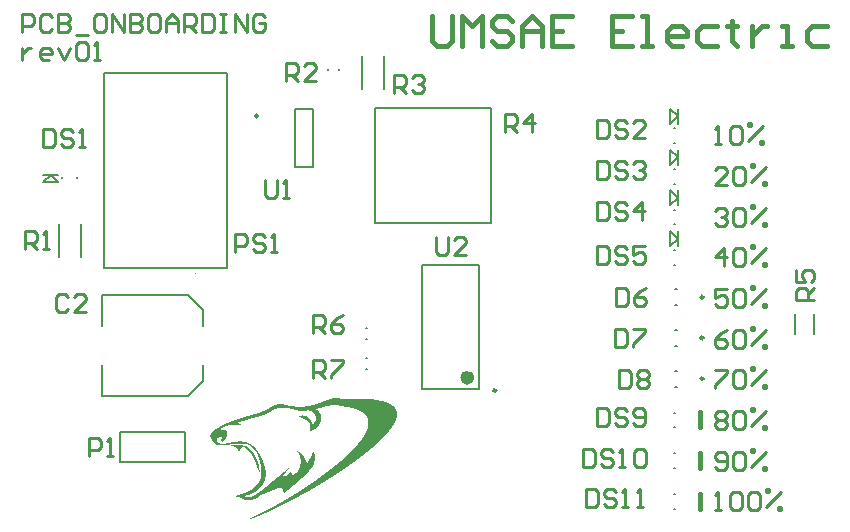
<source format=gto>
G04*
G04 #@! TF.GenerationSoftware,Altium Limited,Altium Designer,25.1.2 (22)*
G04*
G04 Layer_Color=65535*
%FSLAX44Y44*%
%MOMM*%
G71*
G04*
G04 #@! TF.SameCoordinates,6D4D92B4-A3DC-49D6-99F1-53D89A5D43F5*
G04*
G04*
G04 #@! TF.FilePolarity,Positive*
G04*
G01*
G75*
%ADD10C,0.6000*%
%ADD11C,0.2500*%
%ADD12C,0.1000*%
%ADD13C,0.2000*%
%ADD14C,0.4000*%
%ADD15C,0.2540*%
%ADD16C,0.4572*%
G36*
X570267Y369261D02*
Y369120D01*
X571394D01*
Y368979D01*
Y368838D01*
X573649D01*
Y368697D01*
Y368556D01*
X582103D01*
Y368697D01*
Y368838D01*
X593939D01*
Y368697D01*
Y368556D01*
X596194D01*
Y368415D01*
Y368274D01*
X600139D01*
Y368133D01*
Y367992D01*
X602112D01*
Y367851D01*
Y367711D01*
X603521D01*
Y367570D01*
Y367429D01*
X604930D01*
Y367288D01*
Y367147D01*
X606339D01*
Y367006D01*
Y366865D01*
X607466D01*
Y366724D01*
Y366583D01*
X608593D01*
Y366442D01*
Y366302D01*
X609439D01*
Y366161D01*
Y366020D01*
X610566D01*
Y365879D01*
Y365738D01*
X611130D01*
Y365597D01*
Y365456D01*
X611975D01*
Y365315D01*
Y365174D01*
X612539D01*
Y365033D01*
Y364893D01*
X613102D01*
Y364752D01*
Y364611D01*
X613666D01*
Y364470D01*
Y364329D01*
X614230D01*
Y364188D01*
Y364047D01*
X614511D01*
Y363906D01*
Y363765D01*
X615075D01*
Y363624D01*
Y363483D01*
X615357D01*
Y363343D01*
Y363202D01*
X615921D01*
Y363061D01*
Y362920D01*
X616202D01*
Y362779D01*
Y362638D01*
X616766D01*
Y362497D01*
Y362356D01*
X617048D01*
Y362215D01*
Y362074D01*
X617330D01*
Y361934D01*
Y361792D01*
X617611D01*
Y361652D01*
Y361511D01*
X617893D01*
Y361370D01*
Y361229D01*
X618175D01*
Y361088D01*
Y360947D01*
Y360806D01*
Y360665D01*
X618457D01*
Y360524D01*
Y360383D01*
X618739D01*
Y360243D01*
Y360102D01*
Y359961D01*
Y359820D01*
X619021D01*
Y359679D01*
Y359538D01*
Y359397D01*
Y359256D01*
X619302D01*
Y359115D01*
Y358974D01*
Y358834D01*
Y358693D01*
X619584D01*
Y358552D01*
Y358411D01*
Y358270D01*
Y358129D01*
Y357988D01*
Y357847D01*
Y357706D01*
Y357565D01*
X619866D01*
Y357425D01*
Y357284D01*
Y357143D01*
Y357002D01*
Y356861D01*
Y356720D01*
Y356579D01*
Y356438D01*
Y356297D01*
Y356156D01*
Y356015D01*
Y355874D01*
Y355734D01*
Y355593D01*
Y355452D01*
Y355311D01*
Y355170D01*
Y355029D01*
Y354888D01*
Y354747D01*
Y354606D01*
Y354465D01*
Y354324D01*
Y354184D01*
Y354043D01*
Y353902D01*
X619584D01*
Y353761D01*
Y353620D01*
Y353479D01*
Y353338D01*
Y353197D01*
Y353056D01*
Y352915D01*
Y352775D01*
Y352634D01*
Y352493D01*
X619302D01*
Y352352D01*
Y352211D01*
Y352070D01*
Y351929D01*
X619021D01*
Y351788D01*
Y351647D01*
Y351506D01*
Y351366D01*
Y351225D01*
Y351084D01*
X618739D01*
Y350943D01*
Y350802D01*
Y350661D01*
Y350520D01*
Y350379D01*
Y350238D01*
X618457D01*
Y350097D01*
Y349956D01*
Y349815D01*
Y349675D01*
X618175D01*
Y349534D01*
Y349393D01*
Y349252D01*
Y349111D01*
X617893D01*
Y348970D01*
Y348829D01*
Y348688D01*
Y348547D01*
X617611D01*
Y348406D01*
Y348265D01*
Y348125D01*
Y347984D01*
X617330D01*
Y347843D01*
Y347702D01*
Y347561D01*
Y347420D01*
X617048D01*
Y347279D01*
Y347138D01*
Y346997D01*
Y346856D01*
X616766D01*
Y346716D01*
Y346575D01*
Y346434D01*
Y346293D01*
X616484D01*
Y346152D01*
Y346011D01*
X616202D01*
Y345870D01*
Y345729D01*
Y345588D01*
Y345447D01*
X615921D01*
Y345307D01*
Y345166D01*
X615639D01*
Y345025D01*
Y344884D01*
Y344743D01*
Y344602D01*
X615357D01*
Y344461D01*
Y344320D01*
X615075D01*
Y344179D01*
Y344038D01*
X614793D01*
Y343897D01*
Y343756D01*
Y343616D01*
Y343475D01*
X614511D01*
Y343334D01*
Y343193D01*
X614230D01*
Y343052D01*
Y342911D01*
Y342770D01*
Y342629D01*
X613948D01*
Y342488D01*
Y342347D01*
X613666D01*
Y342207D01*
Y342066D01*
X613384D01*
Y341925D01*
Y341784D01*
X613102D01*
Y341643D01*
Y341502D01*
Y341361D01*
Y341220D01*
X612821D01*
Y341079D01*
Y340938D01*
X612539D01*
Y340798D01*
Y340657D01*
X612257D01*
Y340516D01*
Y340375D01*
X611975D01*
Y340234D01*
Y340093D01*
X611693D01*
Y339952D01*
Y339811D01*
X611412D01*
Y339670D01*
Y339529D01*
X611130D01*
Y339389D01*
Y339248D01*
Y339107D01*
Y338966D01*
X610848D01*
Y338825D01*
Y338684D01*
X610566D01*
Y338543D01*
Y338402D01*
X610284D01*
Y338261D01*
Y338120D01*
X610003D01*
Y337979D01*
Y337838D01*
X609721D01*
Y337697D01*
Y337557D01*
X609439D01*
Y337416D01*
Y337275D01*
X609157D01*
Y337134D01*
Y336993D01*
X608875D01*
Y336852D01*
Y336711D01*
X608593D01*
Y336570D01*
Y336429D01*
X608312D01*
Y336288D01*
Y336148D01*
X608030D01*
Y336007D01*
Y335866D01*
X607748D01*
Y335725D01*
Y335584D01*
X607466D01*
Y335443D01*
Y335302D01*
X607184D01*
Y335161D01*
Y335020D01*
Y334879D01*
Y334739D01*
X606903D01*
Y334598D01*
Y334457D01*
X606621D01*
Y334316D01*
Y334175D01*
X606339D01*
Y334034D01*
Y333893D01*
X605775D01*
Y333752D01*
Y333611D01*
X605494D01*
Y333470D01*
Y333329D01*
X605212D01*
Y333189D01*
Y333048D01*
X604930D01*
Y332907D01*
Y332766D01*
X604648D01*
Y332625D01*
Y332484D01*
X604366D01*
Y332343D01*
Y332202D01*
X604084D01*
Y332061D01*
Y331920D01*
X603803D01*
Y331779D01*
Y331639D01*
X603521D01*
Y331498D01*
Y331357D01*
X603239D01*
Y331216D01*
Y331075D01*
X602957D01*
Y330934D01*
Y330793D01*
X602675D01*
Y330652D01*
Y330511D01*
X602393D01*
Y330370D01*
Y330229D01*
X602112D01*
Y330089D01*
Y329948D01*
X601830D01*
Y329807D01*
Y329666D01*
X601548D01*
Y329525D01*
Y329384D01*
X600984D01*
Y329243D01*
Y329102D01*
X600703D01*
Y328961D01*
Y328820D01*
X600421D01*
Y328680D01*
Y328539D01*
X600139D01*
Y328398D01*
Y328257D01*
X599857D01*
Y328116D01*
Y327975D01*
X599575D01*
Y327834D01*
Y327693D01*
X599294D01*
Y327552D01*
Y327411D01*
X599012D01*
Y327271D01*
Y327130D01*
X598448D01*
Y326989D01*
Y326848D01*
X598166D01*
Y326707D01*
Y326566D01*
X597884D01*
Y326425D01*
Y326284D01*
X597603D01*
Y326143D01*
Y326002D01*
X597321D01*
Y325861D01*
Y325720D01*
X596757D01*
Y325580D01*
Y325439D01*
X596475D01*
Y325298D01*
Y325157D01*
X596194D01*
Y325016D01*
Y324875D01*
X595630D01*
Y324734D01*
Y324593D01*
X595348D01*
Y324452D01*
Y324311D01*
X595066D01*
Y324170D01*
Y324030D01*
X594785D01*
Y323889D01*
Y323748D01*
X594503D01*
Y323607D01*
Y323466D01*
X593939D01*
Y323325D01*
Y323184D01*
X593657D01*
Y323043D01*
Y322902D01*
X593376D01*
Y322761D01*
Y322621D01*
X593094D01*
Y322480D01*
Y322339D01*
X592530D01*
Y322198D01*
Y322057D01*
X592248D01*
Y321916D01*
Y321775D01*
X591967D01*
Y321634D01*
Y321493D01*
X591685D01*
Y321352D01*
Y321212D01*
X591121D01*
Y321071D01*
Y320930D01*
X590839D01*
Y320789D01*
Y320648D01*
X590276D01*
Y320507D01*
Y320366D01*
X589994D01*
Y320225D01*
Y320084D01*
X589712D01*
Y319943D01*
Y319802D01*
X589430D01*
Y319662D01*
Y319521D01*
X588867D01*
Y319380D01*
Y319239D01*
X588585D01*
Y319098D01*
Y318957D01*
X588303D01*
Y318816D01*
Y318675D01*
X588021D01*
Y318534D01*
Y318393D01*
X587457D01*
Y318252D01*
Y318112D01*
X586894D01*
Y317971D01*
Y317830D01*
X586612D01*
Y317689D01*
Y317548D01*
X586330D01*
Y317407D01*
Y317266D01*
X586048D01*
Y317125D01*
Y316984D01*
X585485D01*
Y316843D01*
Y316702D01*
X585203D01*
Y316562D01*
Y316421D01*
X584921D01*
Y316280D01*
Y316139D01*
X584357D01*
Y315998D01*
Y315857D01*
X584076D01*
Y315716D01*
Y315575D01*
X583794D01*
Y315434D01*
Y315293D01*
X583230D01*
Y315152D01*
Y315012D01*
X582948D01*
Y314871D01*
Y314730D01*
X582385D01*
Y314589D01*
Y314448D01*
X582103D01*
Y314307D01*
Y314166D01*
X581821D01*
Y314025D01*
Y313884D01*
X581258D01*
Y313743D01*
Y313603D01*
X580976D01*
Y313462D01*
Y313321D01*
X580412D01*
Y313180D01*
Y313039D01*
X580130D01*
Y312898D01*
Y312757D01*
X579567D01*
Y312616D01*
Y312475D01*
X579285D01*
Y312334D01*
Y312194D01*
X579003D01*
Y312053D01*
Y311912D01*
X578439D01*
Y311771D01*
Y311630D01*
X578158D01*
Y311489D01*
Y311348D01*
X577594D01*
Y311207D01*
Y311066D01*
X577312D01*
Y310925D01*
Y310784D01*
X577030D01*
Y310644D01*
Y310503D01*
X576467D01*
Y310362D01*
Y310221D01*
X576185D01*
Y310080D01*
Y309939D01*
X575621D01*
Y309798D01*
Y309657D01*
X575340D01*
Y309516D01*
Y309375D01*
X574776D01*
Y309234D01*
Y309093D01*
X574494D01*
Y308953D01*
Y308812D01*
X573930D01*
Y308671D01*
Y308530D01*
X573649D01*
Y308389D01*
Y308248D01*
X573085D01*
Y308107D01*
Y307966D01*
X572803D01*
Y307825D01*
Y307684D01*
X572239D01*
Y307544D01*
Y307403D01*
X571958D01*
Y307262D01*
Y307121D01*
X571394D01*
Y306980D01*
Y306839D01*
X571112D01*
Y306698D01*
Y306557D01*
X570549D01*
Y306416D01*
Y306275D01*
X570267D01*
Y306134D01*
Y305994D01*
X569703D01*
Y305853D01*
Y305712D01*
X569421D01*
Y305571D01*
Y305430D01*
X568858D01*
Y305289D01*
Y305148D01*
X568576D01*
Y305007D01*
Y304866D01*
X568012D01*
Y304725D01*
Y304585D01*
X567730D01*
Y304444D01*
Y304303D01*
X567167D01*
Y304162D01*
Y304021D01*
X566885D01*
Y303880D01*
Y303739D01*
X566321D01*
Y303598D01*
Y303457D01*
X565758D01*
Y303316D01*
Y303176D01*
X565476D01*
Y303034D01*
Y302894D01*
X565194D01*
Y302753D01*
Y302612D01*
X564631D01*
Y302471D01*
Y302330D01*
X564067D01*
Y302189D01*
Y302048D01*
X563785D01*
Y301907D01*
Y301766D01*
X563222D01*
Y301625D01*
Y301485D01*
X562658D01*
Y301344D01*
Y301203D01*
X562376D01*
Y301062D01*
Y300921D01*
X561812D01*
Y300780D01*
Y300639D01*
X561531D01*
Y300498D01*
Y300357D01*
X560967D01*
Y300216D01*
Y300075D01*
X560685D01*
Y299935D01*
Y299794D01*
X560122D01*
Y299653D01*
Y299512D01*
X559558D01*
Y299371D01*
Y299230D01*
X559276D01*
Y299089D01*
Y298948D01*
X558713D01*
Y298807D01*
Y298666D01*
X558149D01*
Y298526D01*
Y298385D01*
X557867D01*
Y298244D01*
Y298103D01*
X557304D01*
Y297962D01*
Y297821D01*
X557022D01*
Y297680D01*
Y297539D01*
X556458D01*
Y297398D01*
Y297257D01*
X555894D01*
Y297116D01*
Y296976D01*
X555613D01*
Y296835D01*
Y296694D01*
X555049D01*
Y296553D01*
Y296412D01*
X554485D01*
Y296271D01*
Y296130D01*
X553922D01*
Y295989D01*
Y295848D01*
X553640D01*
Y295707D01*
Y295567D01*
X553076D01*
Y295426D01*
Y295285D01*
X552794D01*
Y295144D01*
Y295003D01*
X552231D01*
Y294862D01*
Y294721D01*
X551667D01*
Y294580D01*
Y294439D01*
X551104D01*
Y294298D01*
Y294158D01*
X550822D01*
Y294016D01*
Y293876D01*
X550258D01*
Y293735D01*
Y293594D01*
X549695D01*
Y293453D01*
Y293312D01*
X549413D01*
Y293171D01*
Y293030D01*
X548849D01*
Y292889D01*
Y292748D01*
X548285D01*
Y292607D01*
Y292467D01*
X547722D01*
Y292326D01*
Y292185D01*
X547440D01*
Y292044D01*
Y291903D01*
X546876D01*
Y291762D01*
Y291621D01*
X546313D01*
Y291480D01*
Y291339D01*
X546031D01*
Y291198D01*
Y291057D01*
X545467D01*
Y290917D01*
Y290776D01*
X544622D01*
Y290635D01*
Y290494D01*
X544340D01*
Y290353D01*
Y290212D01*
X543776D01*
Y290071D01*
Y289930D01*
X543495D01*
Y289789D01*
Y289648D01*
X542931D01*
Y289508D01*
Y289367D01*
X542367D01*
Y289226D01*
Y289085D01*
X541804D01*
Y288944D01*
Y288803D01*
X541240D01*
Y288662D01*
Y288521D01*
X540958D01*
Y288380D01*
Y288239D01*
X540395D01*
Y288098D01*
Y287957D01*
X539831D01*
Y287817D01*
Y287676D01*
X539267D01*
Y287535D01*
Y287394D01*
X538704D01*
Y287253D01*
Y287112D01*
X538140D01*
Y286971D01*
Y286830D01*
X537576D01*
Y286689D01*
Y286549D01*
X537295D01*
Y286408D01*
Y286267D01*
X536731D01*
Y286126D01*
Y285985D01*
X536167D01*
Y285844D01*
Y285703D01*
X535604D01*
Y285562D01*
Y285421D01*
X535322D01*
Y285280D01*
Y285139D01*
X534758D01*
Y284998D01*
Y284858D01*
X534195D01*
Y284717D01*
Y284576D01*
X533631D01*
Y284435D01*
Y284294D01*
X533068D01*
Y284153D01*
Y284012D01*
X532504D01*
Y283871D01*
Y283730D01*
X531940D01*
Y283589D01*
Y283449D01*
X531377D01*
Y283308D01*
Y283167D01*
X531095D01*
Y283026D01*
Y282885D01*
X530531D01*
Y282744D01*
Y282603D01*
X529968D01*
Y282462D01*
Y282321D01*
X529404D01*
Y282180D01*
Y282040D01*
X528840D01*
Y281899D01*
Y281758D01*
X528277D01*
Y281617D01*
Y281476D01*
X527713D01*
Y281335D01*
Y281194D01*
X527149D01*
Y281053D01*
Y280912D01*
X526586D01*
Y280771D01*
Y280630D01*
X526022D01*
Y280490D01*
Y280349D01*
X525459D01*
Y280208D01*
Y280067D01*
X524895D01*
Y279926D01*
Y279785D01*
X524331D01*
Y279644D01*
Y279503D01*
X523768D01*
Y279362D01*
Y279221D01*
X523204D01*
Y279080D01*
Y278939D01*
X522640D01*
Y278799D01*
Y278658D01*
X522077D01*
Y278517D01*
Y278376D01*
X521513D01*
Y278235D01*
Y278094D01*
X520950D01*
Y277953D01*
Y277812D01*
X520386D01*
Y277671D01*
Y277530D01*
X519822D01*
Y277390D01*
Y277249D01*
X519259D01*
Y277108D01*
Y276967D01*
X518695D01*
Y276826D01*
Y276685D01*
X518131D01*
Y276544D01*
Y276403D01*
X517568D01*
Y276262D01*
Y276121D01*
X517004D01*
Y275980D01*
Y275840D01*
X516441D01*
Y275699D01*
Y275558D01*
X515877D01*
Y275417D01*
Y275276D01*
X515313D01*
Y275135D01*
Y274994D01*
X514750D01*
Y274853D01*
Y274712D01*
X514186D01*
Y274571D01*
Y274431D01*
X513622D01*
Y274290D01*
Y274149D01*
X512777D01*
Y274008D01*
Y273867D01*
X512213D01*
Y273726D01*
Y273585D01*
X511650D01*
Y273444D01*
Y273303D01*
X511086D01*
Y273162D01*
Y273022D01*
X510522D01*
Y272881D01*
Y272740D01*
X509677D01*
Y272599D01*
Y272458D01*
X509113D01*
Y272317D01*
Y272176D01*
X508268D01*
Y272035D01*
Y271894D01*
X507704D01*
Y271753D01*
Y271612D01*
X507141D01*
Y271472D01*
Y271331D01*
X506577D01*
Y271190D01*
Y271049D01*
X505732D01*
Y270908D01*
Y270767D01*
X505168D01*
Y270626D01*
Y270485D01*
X504604D01*
Y270344D01*
Y270203D01*
X503759D01*
Y270062D01*
Y269921D01*
X502914D01*
Y269781D01*
Y269640D01*
X502350D01*
Y269499D01*
Y269358D01*
X501786D01*
Y269217D01*
Y269076D01*
X500941D01*
Y268935D01*
Y268794D01*
X500095D01*
Y268653D01*
Y268512D01*
X499532D01*
Y268372D01*
Y268231D01*
X498968D01*
Y268090D01*
Y267949D01*
X497841D01*
Y267808D01*
Y267667D01*
X496995D01*
Y267526D01*
Y267385D01*
X496432D01*
Y267244D01*
Y267103D01*
X495586D01*
Y266963D01*
Y266821D01*
X494741D01*
Y266963D01*
Y267103D01*
X495305D01*
Y267244D01*
Y267385D01*
X495868D01*
Y267526D01*
Y267667D01*
X496432D01*
Y267808D01*
Y267949D01*
X496995D01*
Y268090D01*
Y268231D01*
X497559D01*
Y268372D01*
Y268512D01*
X498123D01*
Y268653D01*
Y268794D01*
X498686D01*
Y268935D01*
Y269076D01*
X499250D01*
Y269217D01*
Y269358D01*
X499814D01*
Y269499D01*
Y269640D01*
X500377D01*
Y269781D01*
Y269921D01*
X500941D01*
Y270062D01*
Y270203D01*
X501505D01*
Y270344D01*
Y270485D01*
X502068D01*
Y270626D01*
Y270767D01*
X502632D01*
Y270908D01*
Y271049D01*
X503195D01*
Y271190D01*
Y271331D01*
X503759D01*
Y271472D01*
Y271612D01*
X504323D01*
Y271753D01*
Y271894D01*
X504886D01*
Y272035D01*
Y272176D01*
X505450D01*
Y272317D01*
Y272458D01*
X506013D01*
Y272599D01*
Y272740D01*
X506577D01*
Y272881D01*
Y273022D01*
X507141D01*
Y273162D01*
Y273303D01*
X507704D01*
Y273444D01*
Y273585D01*
X508268D01*
Y273726D01*
Y273867D01*
X508832D01*
Y274008D01*
Y274149D01*
X509395D01*
Y274290D01*
Y274431D01*
X509959D01*
Y274571D01*
Y274712D01*
X510522D01*
Y274853D01*
Y274994D01*
X511086D01*
Y275135D01*
Y275276D01*
X511650D01*
Y275417D01*
Y275558D01*
X511931D01*
Y275699D01*
Y275840D01*
X512495D01*
Y275980D01*
Y276121D01*
X513059D01*
Y276262D01*
Y276403D01*
X513622D01*
Y276544D01*
Y276685D01*
X514186D01*
Y276826D01*
Y276967D01*
X514750D01*
Y277108D01*
Y277249D01*
X515313D01*
Y277390D01*
Y277530D01*
X515877D01*
Y277671D01*
Y277812D01*
X516159D01*
Y277953D01*
Y278094D01*
X516722D01*
Y278235D01*
Y278376D01*
X517286D01*
Y278517D01*
Y278658D01*
X517568D01*
Y278799D01*
Y278939D01*
X518131D01*
Y279080D01*
Y279221D01*
X518695D01*
Y279362D01*
Y279503D01*
X519259D01*
Y279644D01*
Y279785D01*
X519822D01*
Y279926D01*
Y280067D01*
X520104D01*
Y280208D01*
Y280349D01*
X520668D01*
Y280490D01*
Y280630D01*
X521231D01*
Y280771D01*
Y280912D01*
X521795D01*
Y281053D01*
Y281194D01*
X522359D01*
Y281335D01*
Y281476D01*
X522640D01*
Y281617D01*
Y281758D01*
X523204D01*
Y281899D01*
Y282040D01*
X523768D01*
Y282180D01*
Y282321D01*
X524049D01*
Y282462D01*
Y282603D01*
X524613D01*
Y282744D01*
Y282885D01*
X525177D01*
Y283026D01*
Y283167D01*
X525740D01*
Y283308D01*
Y283449D01*
X526022D01*
Y283589D01*
Y283730D01*
X526586D01*
Y283871D01*
Y284012D01*
X527149D01*
Y284153D01*
Y284294D01*
X527431D01*
Y284435D01*
Y284576D01*
X527995D01*
Y284717D01*
Y284858D01*
X528559D01*
Y284998D01*
Y285139D01*
X528840D01*
Y285280D01*
Y285421D01*
X529404D01*
Y285562D01*
Y285703D01*
X529686D01*
Y285844D01*
Y285985D01*
X530249D01*
Y286126D01*
Y286267D01*
X530813D01*
Y286408D01*
Y286549D01*
X531095D01*
Y286689D01*
Y286830D01*
X531658D01*
Y286971D01*
Y287112D01*
X532222D01*
Y287253D01*
Y287394D01*
X532786D01*
Y287535D01*
Y287676D01*
X533068D01*
Y287817D01*
Y287957D01*
X533631D01*
Y288098D01*
Y288239D01*
X533913D01*
Y288380D01*
Y288521D01*
X534477D01*
Y288662D01*
Y288803D01*
X534758D01*
Y288944D01*
Y289085D01*
X535322D01*
Y289226D01*
Y289367D01*
X535886D01*
Y289508D01*
Y289648D01*
X536167D01*
Y289789D01*
Y289930D01*
X536731D01*
Y290071D01*
Y290212D01*
X537013D01*
Y290353D01*
Y290494D01*
X537576D01*
Y290635D01*
Y290776D01*
X538140D01*
Y290917D01*
Y291057D01*
X538422D01*
Y291198D01*
Y291339D01*
X538986D01*
Y291480D01*
Y291621D01*
X539267D01*
Y291762D01*
Y291903D01*
X539831D01*
Y292044D01*
Y292185D01*
X540113D01*
Y292326D01*
Y292467D01*
X540676D01*
Y292607D01*
Y292748D01*
X540958D01*
Y292889D01*
Y293030D01*
X541522D01*
Y293171D01*
Y293312D01*
X541804D01*
Y293453D01*
Y293594D01*
X542367D01*
Y293735D01*
Y293876D01*
X542649D01*
Y294016D01*
Y294158D01*
X543213D01*
Y294298D01*
Y294439D01*
X543495D01*
Y294580D01*
Y294721D01*
X544058D01*
Y294862D01*
Y295003D01*
X544340D01*
Y295144D01*
Y295285D01*
X544904D01*
Y295426D01*
Y295567D01*
X545186D01*
Y295707D01*
Y295848D01*
X545749D01*
Y295989D01*
Y296130D01*
X546031D01*
Y296271D01*
Y296412D01*
X546313D01*
Y296553D01*
Y296694D01*
X546876D01*
Y296835D01*
Y296976D01*
X547440D01*
Y297116D01*
Y297257D01*
X547722D01*
Y297398D01*
Y297539D01*
X548285D01*
Y297680D01*
Y297821D01*
X548567D01*
Y297962D01*
Y298103D01*
X548849D01*
Y298244D01*
Y298385D01*
X549413D01*
Y298526D01*
Y298666D01*
X549695D01*
Y298807D01*
Y298948D01*
X550258D01*
Y299089D01*
Y299230D01*
X550540D01*
Y299371D01*
Y299512D01*
X551104D01*
Y299653D01*
Y299794D01*
X551385D01*
Y299935D01*
Y300075D01*
X551667D01*
Y300216D01*
Y300357D01*
X552231D01*
Y300498D01*
Y300639D01*
X552513D01*
Y300780D01*
Y300921D01*
X552794D01*
Y301062D01*
Y301203D01*
X553358D01*
Y301344D01*
Y301485D01*
X553922D01*
Y301625D01*
Y301766D01*
X554203D01*
Y301907D01*
Y302048D01*
X554485D01*
Y302189D01*
Y302330D01*
X554767D01*
Y302471D01*
Y302612D01*
X555331D01*
Y302753D01*
Y302894D01*
X555613D01*
Y303034D01*
Y303176D01*
X555894D01*
Y303316D01*
Y303457D01*
X556458D01*
Y303598D01*
Y303739D01*
X556740D01*
Y303880D01*
Y304021D01*
X557304D01*
Y304162D01*
Y304303D01*
X557585D01*
Y304444D01*
Y304585D01*
X557867D01*
Y304725D01*
Y304866D01*
X558431D01*
Y305007D01*
Y305148D01*
X558713D01*
Y305289D01*
Y305430D01*
X558994D01*
Y305571D01*
Y305712D01*
X559558D01*
Y305853D01*
Y305994D01*
X559840D01*
Y306134D01*
Y306275D01*
X560122D01*
Y306416D01*
Y306557D01*
X560685D01*
Y306698D01*
Y306839D01*
X560967D01*
Y306980D01*
Y307121D01*
X561249D01*
Y307262D01*
Y307403D01*
X561812D01*
Y307544D01*
Y307684D01*
X562094D01*
Y307825D01*
Y307966D01*
X562376D01*
Y308107D01*
Y308248D01*
X562940D01*
Y308389D01*
Y308530D01*
X563222D01*
Y308671D01*
Y308812D01*
X563503D01*
Y308953D01*
Y309093D01*
X563785D01*
Y309234D01*
Y309375D01*
X564349D01*
Y309516D01*
Y309657D01*
X564631D01*
Y309798D01*
Y309939D01*
X564912D01*
Y310080D01*
Y310221D01*
X565476D01*
Y310362D01*
Y310503D01*
X565758D01*
Y310644D01*
Y310784D01*
X566040D01*
Y310925D01*
Y311066D01*
X566603D01*
Y311207D01*
Y311348D01*
X566885D01*
Y311489D01*
Y311630D01*
X567167D01*
Y311771D01*
Y311912D01*
X567449D01*
Y312053D01*
Y312194D01*
X567730D01*
Y312334D01*
Y312475D01*
X568294D01*
Y312616D01*
Y312757D01*
X568576D01*
Y312898D01*
Y313039D01*
X568858D01*
Y313180D01*
Y313321D01*
X569140D01*
Y313462D01*
Y313603D01*
X569421D01*
Y313743D01*
Y313884D01*
X569985D01*
Y314025D01*
Y314166D01*
X570267D01*
Y314307D01*
Y314448D01*
X570830D01*
Y314589D01*
Y314730D01*
X571112D01*
Y314871D01*
Y315012D01*
X571394D01*
Y315152D01*
Y315293D01*
X571676D01*
Y315434D01*
Y315575D01*
X571958D01*
Y315716D01*
Y315857D01*
X572239D01*
Y315998D01*
Y316139D01*
X572521D01*
Y316280D01*
Y316421D01*
X573085D01*
Y316562D01*
Y316702D01*
X573367D01*
Y316843D01*
Y316984D01*
X573649D01*
Y317125D01*
Y317266D01*
X573930D01*
Y317407D01*
Y317548D01*
X574212D01*
Y317689D01*
Y317830D01*
X574494D01*
Y317971D01*
Y318112D01*
X574776D01*
Y318252D01*
Y318393D01*
X575058D01*
Y318534D01*
Y318675D01*
X575340D01*
Y318816D01*
Y318957D01*
X575903D01*
Y319098D01*
Y319239D01*
X576185D01*
Y319380D01*
Y319521D01*
X576467D01*
Y319662D01*
Y319802D01*
X576749D01*
Y319943D01*
Y320084D01*
X577030D01*
Y320225D01*
Y320366D01*
X577312D01*
Y320507D01*
Y320648D01*
X577594D01*
Y320789D01*
Y320930D01*
X577876D01*
Y321071D01*
Y321212D01*
X578439D01*
Y321352D01*
Y321493D01*
Y321634D01*
Y321775D01*
X578721D01*
Y321916D01*
Y322057D01*
X579003D01*
Y322198D01*
Y322339D01*
X579567D01*
Y322480D01*
Y322621D01*
Y322761D01*
Y322902D01*
X579849D01*
Y323043D01*
Y323184D01*
X580130D01*
Y323325D01*
Y323466D01*
X580412D01*
Y323607D01*
Y323748D01*
X580694D01*
Y323889D01*
Y324030D01*
X580976D01*
Y324170D01*
Y324311D01*
X581539D01*
Y324452D01*
Y324593D01*
Y324734D01*
Y324875D01*
X581821D01*
Y325016D01*
Y325157D01*
X582385D01*
Y325298D01*
Y325439D01*
Y325580D01*
Y325720D01*
X582667D01*
Y325861D01*
Y326002D01*
X582948D01*
Y326143D01*
Y326284D01*
X583230D01*
Y326425D01*
Y326566D01*
X583512D01*
Y326707D01*
Y326848D01*
X583794D01*
Y326989D01*
Y327130D01*
X584076D01*
Y327271D01*
Y327411D01*
X584357D01*
Y327552D01*
Y327693D01*
X584639D01*
Y327834D01*
Y327975D01*
Y328116D01*
Y328257D01*
X584921D01*
Y328398D01*
Y328539D01*
X585203D01*
Y328680D01*
Y328820D01*
X585485D01*
Y328961D01*
Y329102D01*
X585766D01*
Y329243D01*
Y329384D01*
X586048D01*
Y329525D01*
Y329666D01*
X586330D01*
Y329807D01*
Y329948D01*
X586612D01*
Y330089D01*
Y330229D01*
X586894D01*
Y330370D01*
Y330511D01*
Y330652D01*
Y330793D01*
X587176D01*
Y330934D01*
Y331075D01*
X587457D01*
Y331216D01*
Y331357D01*
X587739D01*
Y331498D01*
Y331639D01*
X588021D01*
Y331779D01*
Y331920D01*
X588303D01*
Y332061D01*
Y332202D01*
Y332343D01*
Y332484D01*
X588585D01*
Y332625D01*
Y332766D01*
X588867D01*
Y332907D01*
Y333048D01*
Y333189D01*
Y333329D01*
X589148D01*
Y333470D01*
Y333611D01*
X589430D01*
Y333752D01*
Y333893D01*
X589712D01*
Y334034D01*
Y334175D01*
X589994D01*
Y334316D01*
Y334457D01*
Y334598D01*
Y334739D01*
X590276D01*
Y334879D01*
Y335020D01*
X590557D01*
Y335161D01*
Y335302D01*
Y335443D01*
Y335584D01*
X590839D01*
Y335725D01*
Y335866D01*
X591121D01*
Y336007D01*
Y336148D01*
X591403D01*
Y336288D01*
Y336429D01*
Y336570D01*
Y336711D01*
X591685D01*
Y336852D01*
Y336993D01*
Y337134D01*
Y337275D01*
X591967D01*
Y337416D01*
Y337557D01*
X592248D01*
Y337697D01*
Y337838D01*
Y337979D01*
Y338120D01*
X592530D01*
Y338261D01*
Y338402D01*
Y338543D01*
Y338684D01*
X592812D01*
Y338825D01*
Y338966D01*
Y339107D01*
Y339248D01*
X593094D01*
Y339389D01*
Y339529D01*
Y339670D01*
Y339811D01*
X593376D01*
Y339952D01*
Y340093D01*
Y340234D01*
Y340375D01*
X593657D01*
Y340516D01*
Y340657D01*
Y340798D01*
Y340938D01*
X593939D01*
Y341079D01*
Y341220D01*
Y341361D01*
Y341502D01*
X594221D01*
Y341643D01*
Y341784D01*
Y341925D01*
Y342066D01*
X594503D01*
Y342207D01*
Y342347D01*
Y342488D01*
Y342629D01*
Y342770D01*
Y342911D01*
X594785D01*
Y343052D01*
Y343193D01*
Y343334D01*
Y343475D01*
X595066D01*
Y343616D01*
Y343756D01*
Y343897D01*
Y344038D01*
Y344179D01*
Y344320D01*
Y344461D01*
Y344602D01*
X595348D01*
Y344743D01*
Y344884D01*
Y345025D01*
Y345166D01*
Y345307D01*
Y345447D01*
Y345588D01*
Y345729D01*
Y345870D01*
Y346011D01*
X595630D01*
Y346152D01*
Y346293D01*
Y346434D01*
Y346575D01*
Y346716D01*
Y346856D01*
Y346997D01*
Y347138D01*
Y347279D01*
Y347420D01*
Y347561D01*
Y347702D01*
Y347843D01*
Y347984D01*
Y348125D01*
Y348265D01*
Y348406D01*
Y348547D01*
Y348688D01*
Y348829D01*
Y348970D01*
Y349111D01*
Y349252D01*
Y349393D01*
Y349534D01*
Y349675D01*
Y349815D01*
Y349956D01*
Y350097D01*
Y350238D01*
Y350379D01*
Y350520D01*
X595348D01*
Y350661D01*
Y350802D01*
Y350943D01*
Y351084D01*
Y351225D01*
Y351366D01*
Y351506D01*
Y351647D01*
Y351788D01*
Y351929D01*
X595066D01*
Y352070D01*
Y352211D01*
Y352352D01*
Y352493D01*
X594785D01*
Y352634D01*
Y352775D01*
Y352915D01*
Y353056D01*
X594503D01*
Y353197D01*
Y353338D01*
Y353479D01*
Y353620D01*
X594221D01*
Y353761D01*
Y353902D01*
Y354043D01*
Y354184D01*
X593939D01*
Y354324D01*
Y354465D01*
X593657D01*
Y354606D01*
Y354747D01*
Y354888D01*
Y355029D01*
X593376D01*
Y355170D01*
Y355311D01*
X593094D01*
Y355452D01*
Y355593D01*
X592812D01*
Y355734D01*
Y355874D01*
X592530D01*
Y356015D01*
Y356156D01*
X592248D01*
Y356297D01*
Y356438D01*
X591685D01*
Y356579D01*
Y356720D01*
X591403D01*
Y356861D01*
Y357002D01*
X591121D01*
Y357143D01*
Y357284D01*
X590839D01*
Y357425D01*
Y357565D01*
X590276D01*
Y357706D01*
Y357847D01*
X589712D01*
Y357988D01*
Y358129D01*
X589148D01*
Y358270D01*
Y358411D01*
X588867D01*
Y358552D01*
Y358693D01*
X588021D01*
Y358834D01*
Y358974D01*
X587457D01*
Y359115D01*
Y359256D01*
X586894D01*
Y359397D01*
Y359538D01*
X586048D01*
Y359679D01*
Y359820D01*
X585485D01*
Y359961D01*
Y360102D01*
X584639D01*
Y360243D01*
Y360383D01*
X583512D01*
Y360524D01*
Y360665D01*
X582385D01*
Y360806D01*
Y360947D01*
X581539D01*
Y361088D01*
Y361229D01*
X580412D01*
Y361370D01*
Y361511D01*
X578439D01*
Y361652D01*
Y361792D01*
X577312D01*
Y361934D01*
Y362074D01*
X574776D01*
Y362215D01*
Y362356D01*
X573085D01*
Y362497D01*
Y362638D01*
X571394D01*
Y362779D01*
Y362920D01*
X570549D01*
Y363061D01*
Y363202D01*
X562940D01*
Y363061D01*
Y362920D01*
X561812D01*
Y362779D01*
Y362638D01*
X560403D01*
Y362497D01*
Y362356D01*
X559276D01*
Y362215D01*
Y362074D01*
X558149D01*
Y361934D01*
Y361792D01*
X557304D01*
Y361652D01*
Y361511D01*
X556176D01*
Y361370D01*
Y361229D01*
X555049D01*
Y361088D01*
Y360947D01*
X554485D01*
Y360806D01*
Y360665D01*
X553358D01*
Y360524D01*
Y360383D01*
X552231D01*
Y360243D01*
Y360102D01*
X551667D01*
Y359961D01*
Y359820D01*
Y359679D01*
Y359538D01*
X552231D01*
Y359397D01*
Y359256D01*
X552513D01*
Y359115D01*
Y358974D01*
X552794D01*
Y358834D01*
Y358693D01*
X553076D01*
Y358552D01*
Y358411D01*
X553358D01*
Y358270D01*
Y358129D01*
X553640D01*
Y357988D01*
Y357847D01*
X553922D01*
Y357706D01*
Y357565D01*
Y357425D01*
Y357284D01*
X554203D01*
Y357143D01*
Y357002D01*
X554485D01*
Y356861D01*
Y356720D01*
Y356579D01*
Y356438D01*
X554767D01*
Y356297D01*
Y356156D01*
X555049D01*
Y356015D01*
Y355874D01*
Y355734D01*
Y355593D01*
X555331D01*
Y355452D01*
Y355311D01*
Y355170D01*
Y355029D01*
Y354888D01*
Y354747D01*
Y354606D01*
Y354465D01*
X555613D01*
Y354324D01*
Y354184D01*
Y354043D01*
Y353902D01*
Y353761D01*
Y353620D01*
Y353479D01*
Y353338D01*
Y353197D01*
Y353056D01*
Y352915D01*
Y352775D01*
Y352634D01*
Y352493D01*
Y352352D01*
Y352211D01*
Y352070D01*
Y351929D01*
Y351788D01*
Y351647D01*
Y351506D01*
Y351366D01*
Y351225D01*
Y351084D01*
Y350943D01*
Y350802D01*
Y350661D01*
Y350520D01*
X555331D01*
Y350379D01*
Y350238D01*
Y350097D01*
Y349956D01*
Y349815D01*
Y349675D01*
Y349534D01*
Y349393D01*
X555049D01*
Y349252D01*
Y349111D01*
Y348970D01*
Y348829D01*
Y348688D01*
Y348547D01*
X554767D01*
Y348406D01*
Y348265D01*
Y348125D01*
Y347984D01*
X554485D01*
Y347843D01*
Y347702D01*
Y347561D01*
Y347420D01*
X554203D01*
Y347279D01*
Y347138D01*
Y346997D01*
Y346856D01*
X553922D01*
Y346716D01*
Y346575D01*
X553640D01*
Y346434D01*
Y346293D01*
Y346152D01*
Y346011D01*
X553358D01*
Y345870D01*
Y345729D01*
X553076D01*
Y345588D01*
Y345447D01*
Y345307D01*
Y345166D01*
X552794D01*
Y345025D01*
Y344884D01*
X552513D01*
Y344743D01*
Y344602D01*
X552231D01*
Y344461D01*
Y344320D01*
X551949D01*
Y344179D01*
Y344038D01*
X551385D01*
Y343897D01*
Y343756D01*
X551104D01*
Y343616D01*
Y343475D01*
X550540D01*
Y343334D01*
Y343193D01*
X550258D01*
Y343052D01*
Y342911D01*
X549976D01*
Y342770D01*
Y342629D01*
X549413D01*
Y342488D01*
Y342347D01*
X548849D01*
Y342207D01*
Y342066D01*
X548004D01*
Y341925D01*
Y341784D01*
X547158D01*
Y341643D01*
Y341502D01*
X546313D01*
Y341643D01*
Y341784D01*
Y341925D01*
Y342066D01*
Y342207D01*
Y342347D01*
Y342488D01*
Y342629D01*
X546595D01*
Y342770D01*
Y342911D01*
Y343052D01*
Y343193D01*
Y343334D01*
Y343475D01*
Y343616D01*
Y343756D01*
Y343897D01*
Y344038D01*
Y344179D01*
Y344320D01*
Y344461D01*
Y344602D01*
Y344743D01*
Y344884D01*
Y345025D01*
Y345166D01*
Y345307D01*
Y345447D01*
Y345588D01*
Y345729D01*
Y345870D01*
Y346011D01*
Y346152D01*
Y346293D01*
Y346434D01*
Y346575D01*
X546313D01*
Y346716D01*
Y346856D01*
Y346997D01*
Y347138D01*
Y347279D01*
Y347420D01*
X546031D01*
Y347561D01*
Y347702D01*
Y347843D01*
Y347984D01*
X545749D01*
Y348125D01*
Y348265D01*
Y348406D01*
Y348547D01*
X545467D01*
Y348688D01*
Y348829D01*
Y348970D01*
Y349111D01*
X545186D01*
Y349252D01*
Y349393D01*
X544904D01*
Y349534D01*
Y349675D01*
X544622D01*
Y349815D01*
Y349956D01*
X544340D01*
Y350097D01*
Y350238D01*
X543776D01*
Y350379D01*
Y350520D01*
X543213D01*
Y350661D01*
Y350802D01*
X542931D01*
Y350943D01*
Y351084D01*
X542367D01*
Y351225D01*
Y351366D01*
X541804D01*
Y351506D01*
Y351647D01*
X541240D01*
Y351788D01*
Y351929D01*
X540676D01*
Y352070D01*
Y352211D01*
X540113D01*
Y352352D01*
Y352493D01*
X539267D01*
Y352634D01*
Y352775D01*
X538704D01*
Y352915D01*
Y353056D01*
X538140D01*
Y353197D01*
Y353338D01*
X537295D01*
Y353479D01*
Y353620D01*
X537013D01*
Y353761D01*
Y353902D01*
X537576D01*
Y354043D01*
Y354184D01*
X538140D01*
Y354324D01*
Y354465D01*
X539831D01*
Y354606D01*
Y354747D01*
X540676D01*
Y354606D01*
Y354465D01*
X542367D01*
Y354324D01*
Y354184D01*
X543213D01*
Y354043D01*
Y353902D01*
X543495D01*
Y353761D01*
Y353620D01*
X544058D01*
Y353479D01*
Y353338D01*
X544622D01*
Y353197D01*
Y353056D01*
X544904D01*
Y352915D01*
Y352775D01*
X545186D01*
Y352634D01*
Y352493D01*
X545467D01*
Y352352D01*
Y352211D01*
X545749D01*
Y352070D01*
Y351929D01*
X546031D01*
Y351788D01*
Y351647D01*
X546313D01*
Y351506D01*
Y351366D01*
X546595D01*
Y351225D01*
Y351084D01*
Y350943D01*
Y350802D01*
X546876D01*
Y350661D01*
Y350520D01*
X547158D01*
Y350379D01*
Y350238D01*
Y350097D01*
Y349956D01*
X547440D01*
Y349815D01*
Y349675D01*
Y349534D01*
Y349393D01*
X547722D01*
Y349252D01*
Y349111D01*
Y348970D01*
Y348829D01*
X548004D01*
Y348688D01*
Y348547D01*
Y348406D01*
Y348265D01*
X548285D01*
Y348125D01*
Y347984D01*
Y347843D01*
Y347702D01*
X548567D01*
Y347561D01*
Y347420D01*
X549131D01*
Y347561D01*
Y347702D01*
X549413D01*
Y347843D01*
Y347984D01*
X549695D01*
Y348125D01*
Y348265D01*
X549976D01*
Y348406D01*
Y348547D01*
Y348688D01*
Y348829D01*
X550258D01*
Y348970D01*
Y349111D01*
X550540D01*
Y349252D01*
Y349393D01*
Y349534D01*
Y349675D01*
X550822D01*
Y349815D01*
Y349956D01*
Y350097D01*
Y350238D01*
X551104D01*
Y350379D01*
Y350520D01*
Y350661D01*
Y350802D01*
Y350943D01*
Y351084D01*
Y351225D01*
Y351366D01*
X551385D01*
Y351506D01*
Y351647D01*
Y351788D01*
Y351929D01*
Y352070D01*
Y352211D01*
Y352352D01*
Y352493D01*
Y352634D01*
Y352775D01*
Y352915D01*
Y353056D01*
Y353197D01*
Y353338D01*
Y353479D01*
Y353620D01*
X551104D01*
Y353761D01*
Y353902D01*
Y354043D01*
Y354184D01*
Y354324D01*
Y354465D01*
X550822D01*
Y354606D01*
Y354747D01*
Y354888D01*
Y355029D01*
X550540D01*
Y355170D01*
Y355311D01*
Y355452D01*
Y355593D01*
X550258D01*
Y355734D01*
Y355874D01*
Y356015D01*
Y356156D01*
X549976D01*
Y356297D01*
Y356438D01*
X549695D01*
Y356579D01*
Y356720D01*
X549413D01*
Y356861D01*
Y357002D01*
X549131D01*
Y357143D01*
Y357284D01*
X548849D01*
Y357425D01*
Y357565D01*
X548567D01*
Y357706D01*
Y357847D01*
X548004D01*
Y357988D01*
Y358129D01*
X547440D01*
Y358270D01*
Y358411D01*
X546876D01*
Y358552D01*
Y358693D01*
X545467D01*
Y358834D01*
Y358974D01*
X544058D01*
Y358834D01*
Y358693D01*
X536449D01*
Y358834D01*
Y358974D01*
X535604D01*
Y359115D01*
Y359256D01*
X534195D01*
Y359397D01*
Y359538D01*
X532786D01*
Y359679D01*
Y359820D01*
X531940D01*
Y359961D01*
Y360102D01*
X530813D01*
Y360243D01*
Y360383D01*
X529404D01*
Y360524D01*
Y360665D01*
X527713D01*
Y360806D01*
Y360947D01*
X526304D01*
Y361088D01*
Y361229D01*
X521231D01*
Y361088D01*
Y360947D01*
X519822D01*
Y360806D01*
Y360665D01*
X518695D01*
Y360524D01*
Y360383D01*
X517568D01*
Y360243D01*
Y360102D01*
X517004D01*
Y359961D01*
Y359820D01*
X516159D01*
Y359679D01*
Y359538D01*
X515595D01*
Y359397D01*
Y359256D01*
X515032D01*
Y359115D01*
Y358974D01*
X514468D01*
Y358834D01*
Y358693D01*
X514186D01*
Y358552D01*
Y358411D01*
X513622D01*
Y358270D01*
Y358129D01*
X513341D01*
Y357988D01*
Y357847D01*
X512777D01*
Y357706D01*
Y357565D01*
X512213D01*
Y357425D01*
Y357284D01*
X511650D01*
Y357143D01*
Y357002D01*
X511086D01*
Y356861D01*
Y356720D01*
X510804D01*
Y356579D01*
Y356438D01*
X509959D01*
Y356297D01*
Y356156D01*
X509395D01*
Y356015D01*
Y355874D01*
X508550D01*
Y355734D01*
Y355593D01*
X507986D01*
Y355452D01*
Y355311D01*
X507141D01*
Y355170D01*
Y355029D01*
X506577D01*
Y354888D01*
Y354747D01*
X505732D01*
Y354606D01*
Y354465D01*
X504886D01*
Y354324D01*
Y354184D01*
X503759D01*
Y354043D01*
Y353902D01*
X503195D01*
Y353761D01*
Y353620D01*
X502068D01*
Y353479D01*
Y353338D01*
X500941D01*
Y353197D01*
Y353056D01*
X500095D01*
Y352915D01*
Y352775D01*
X498968D01*
Y352634D01*
Y352493D01*
X497841D01*
Y352352D01*
Y352211D01*
X496714D01*
Y352070D01*
Y351929D01*
X495868D01*
Y351788D01*
Y351647D01*
X495023D01*
Y351506D01*
Y351366D01*
X493614D01*
Y351225D01*
Y351084D01*
X493050D01*
Y350943D01*
Y350802D01*
X492205D01*
Y350661D01*
Y350520D01*
X491077D01*
Y350379D01*
Y350238D01*
X489950D01*
Y350097D01*
Y349956D01*
X489386D01*
Y349815D01*
Y349675D01*
X488259D01*
Y349534D01*
Y349393D01*
X487414D01*
Y349252D01*
Y349111D01*
X486287D01*
Y348970D01*
Y348829D01*
X485441D01*
Y348688D01*
Y348547D01*
Y348406D01*
Y348265D01*
X486005D01*
Y348125D01*
Y347984D01*
X486287D01*
Y347843D01*
Y347702D01*
X486850D01*
Y347561D01*
Y347420D01*
X487132D01*
Y347279D01*
Y347138D01*
X487696D01*
Y346997D01*
Y346856D01*
X487977D01*
Y346716D01*
Y346575D01*
X488541D01*
Y346434D01*
X488682D01*
Y346293D01*
X487696D01*
Y346434D01*
Y346575D01*
X479241D01*
Y346434D01*
Y346293D01*
X477268D01*
Y346152D01*
Y346011D01*
X476423D01*
Y345870D01*
Y345729D01*
X475296D01*
Y345588D01*
Y345447D01*
X474450D01*
Y345307D01*
Y345166D01*
X473605D01*
Y345025D01*
Y344884D01*
X473041D01*
Y344743D01*
Y344602D01*
X472478D01*
Y344461D01*
Y344320D01*
X471914D01*
Y344179D01*
Y344038D01*
X471632D01*
Y343897D01*
Y343756D01*
X471069D01*
Y343616D01*
Y343475D01*
X470787D01*
Y343334D01*
Y343193D01*
Y343052D01*
Y342911D01*
Y342770D01*
Y342629D01*
X474450D01*
Y342488D01*
Y342347D01*
X475296D01*
Y342207D01*
Y342066D01*
X475578D01*
Y341925D01*
Y341784D01*
X475859D01*
Y341643D01*
Y341502D01*
X476141D01*
Y341361D01*
Y341220D01*
Y341079D01*
Y340938D01*
X476423D01*
Y340798D01*
Y340657D01*
Y340516D01*
Y340375D01*
Y340234D01*
Y340093D01*
Y339952D01*
Y339811D01*
Y339670D01*
Y339529D01*
Y339389D01*
Y339248D01*
Y339107D01*
Y338966D01*
Y338825D01*
Y338684D01*
Y338543D01*
Y338402D01*
X476141D01*
Y338261D01*
Y338120D01*
Y337979D01*
Y337838D01*
Y337697D01*
Y337557D01*
Y337416D01*
Y337275D01*
X475859D01*
Y337134D01*
Y336993D01*
Y336852D01*
Y336711D01*
Y336570D01*
Y336429D01*
X475578D01*
Y336288D01*
Y336148D01*
Y336007D01*
Y335866D01*
X475296D01*
Y335725D01*
Y335584D01*
Y335443D01*
Y335302D01*
X475014D01*
Y335161D01*
Y335020D01*
X474732D01*
Y334879D01*
Y334739D01*
Y334598D01*
Y334457D01*
X474450D01*
Y334316D01*
Y334175D01*
X474169D01*
Y334034D01*
Y333893D01*
Y333752D01*
Y333611D01*
X473887D01*
Y333470D01*
Y333329D01*
X473605D01*
Y333189D01*
Y333048D01*
X473041D01*
Y332907D01*
Y332766D01*
X472478D01*
Y332625D01*
Y332484D01*
X471632D01*
Y332625D01*
Y332766D01*
X471350D01*
Y332907D01*
Y333048D01*
X471069D01*
Y333189D01*
Y333329D01*
X470787D01*
Y333470D01*
Y333611D01*
Y333752D01*
Y333893D01*
Y334034D01*
Y334175D01*
Y334316D01*
Y334457D01*
Y334598D01*
Y334739D01*
X471350D01*
Y334879D01*
Y335020D01*
X471632D01*
Y335161D01*
Y335302D01*
X471914D01*
Y335443D01*
Y335584D01*
Y335725D01*
Y335866D01*
X471632D01*
Y336007D01*
Y336148D01*
X471069D01*
Y336288D01*
Y336429D01*
X469660D01*
Y336288D01*
Y336148D01*
X469096D01*
Y336007D01*
Y335866D01*
X468532D01*
Y335725D01*
Y335584D01*
X468251D01*
Y335443D01*
Y335302D01*
X467969D01*
Y335161D01*
Y335020D01*
Y334879D01*
Y334739D01*
X467687D01*
Y334598D01*
Y334457D01*
Y334316D01*
Y334175D01*
Y334034D01*
Y333893D01*
Y333752D01*
Y333611D01*
Y333470D01*
Y333329D01*
Y333189D01*
Y333048D01*
X467969D01*
Y332907D01*
Y332766D01*
Y332625D01*
Y332484D01*
X468251D01*
Y332343D01*
Y332202D01*
X468532D01*
Y332061D01*
Y331920D01*
X468814D01*
Y331779D01*
Y331639D01*
X469096D01*
Y331498D01*
Y331357D01*
X469378D01*
Y331216D01*
Y331075D01*
X469941D01*
Y330934D01*
Y330793D01*
X471069D01*
Y330652D01*
Y330511D01*
X473041D01*
Y330652D01*
Y330793D01*
X475014D01*
Y330934D01*
Y331075D01*
X476141D01*
Y331216D01*
Y331357D01*
X477832D01*
Y331498D01*
Y331639D01*
X479523D01*
Y331779D01*
Y331920D01*
X480932D01*
Y332061D01*
Y332202D01*
X482623D01*
Y332343D01*
Y332484D01*
X485441D01*
Y332625D01*
Y332766D01*
X489105D01*
Y332625D01*
Y332484D01*
X491359D01*
Y332343D01*
Y332202D01*
X492486D01*
Y332061D01*
Y331920D01*
X493332D01*
Y331779D01*
Y331639D01*
X493895D01*
Y331498D01*
Y331357D01*
X494459D01*
Y331216D01*
Y331075D01*
X495023D01*
Y330934D01*
Y330793D01*
X495586D01*
Y330652D01*
Y330511D01*
X496150D01*
Y330370D01*
Y330229D01*
X496714D01*
Y330089D01*
Y329948D01*
X496995D01*
Y329807D01*
Y329666D01*
X497559D01*
Y329525D01*
Y329384D01*
Y329243D01*
Y329102D01*
X498123D01*
Y328961D01*
Y328820D01*
X498405D01*
Y328680D01*
Y328539D01*
X498686D01*
Y328398D01*
Y328257D01*
X498968D01*
Y328116D01*
Y327975D01*
X499250D01*
Y327834D01*
Y327693D01*
X499532D01*
Y327552D01*
Y327411D01*
X499814D01*
Y327271D01*
Y327130D01*
X500095D01*
Y326989D01*
Y326848D01*
X500377D01*
Y326707D01*
Y326566D01*
Y326425D01*
Y326284D01*
X500659D01*
Y326143D01*
Y326002D01*
X500941D01*
Y325861D01*
Y325720D01*
X501223D01*
Y325580D01*
Y325439D01*
Y325298D01*
Y325157D01*
X501505D01*
Y325016D01*
Y324875D01*
X501786D01*
Y324734D01*
Y324593D01*
Y324452D01*
Y324311D01*
X502068D01*
Y324170D01*
Y324030D01*
X502350D01*
Y323889D01*
Y323748D01*
Y323607D01*
Y323466D01*
X502632D01*
Y323325D01*
Y323184D01*
Y323043D01*
Y322902D01*
X502914D01*
Y322761D01*
Y322621D01*
X503195D01*
Y322480D01*
Y322339D01*
X503477D01*
Y322198D01*
Y322057D01*
Y321916D01*
Y321775D01*
X503759D01*
Y321634D01*
Y321493D01*
Y321352D01*
Y321212D01*
X504041D01*
Y321071D01*
Y320930D01*
Y320789D01*
Y320648D01*
X504323D01*
Y320507D01*
Y320366D01*
Y320225D01*
Y320084D01*
X504604D01*
Y319943D01*
Y319802D01*
Y319662D01*
Y319521D01*
X504886D01*
Y319380D01*
Y319239D01*
X505168D01*
Y319098D01*
Y318957D01*
Y318816D01*
Y318675D01*
X505450D01*
Y318534D01*
Y318393D01*
Y318252D01*
Y318112D01*
X505732D01*
Y317971D01*
Y317830D01*
Y317689D01*
Y317548D01*
Y317407D01*
Y317266D01*
X506013D01*
Y317125D01*
Y316984D01*
X506295D01*
Y316843D01*
Y316702D01*
Y316562D01*
Y316421D01*
Y316280D01*
Y316139D01*
X506577D01*
Y315998D01*
Y315857D01*
Y315716D01*
Y315575D01*
X506859D01*
Y315434D01*
Y315293D01*
Y315152D01*
Y315012D01*
Y314871D01*
Y314730D01*
X507141D01*
Y314589D01*
Y314448D01*
Y314307D01*
Y314166D01*
X507422D01*
Y314025D01*
Y313884D01*
Y313743D01*
Y313603D01*
Y313462D01*
Y313321D01*
Y313180D01*
Y313039D01*
X507704D01*
Y312898D01*
Y312757D01*
Y312616D01*
Y312475D01*
Y312334D01*
Y312194D01*
X507986D01*
Y312053D01*
Y311912D01*
Y311771D01*
Y311630D01*
Y311489D01*
Y311348D01*
X508268D01*
Y311207D01*
Y311066D01*
Y310925D01*
Y310784D01*
Y310644D01*
Y310503D01*
Y310362D01*
Y310221D01*
X508550D01*
Y310080D01*
Y309939D01*
Y309798D01*
Y309657D01*
Y309516D01*
Y309375D01*
Y309234D01*
Y309093D01*
Y308953D01*
Y308812D01*
Y308671D01*
Y308530D01*
X508832D01*
Y308389D01*
Y308248D01*
Y308107D01*
Y307966D01*
Y307825D01*
Y307684D01*
Y307544D01*
Y307403D01*
Y307262D01*
Y307121D01*
Y306980D01*
Y306839D01*
Y306698D01*
Y306557D01*
Y306416D01*
Y306275D01*
Y306134D01*
Y305994D01*
Y305853D01*
Y305712D01*
Y305571D01*
Y305430D01*
Y305289D01*
Y305148D01*
Y305007D01*
Y304866D01*
Y304725D01*
Y304585D01*
Y304444D01*
Y304303D01*
Y304162D01*
Y304021D01*
Y303880D01*
Y303739D01*
Y303598D01*
Y303457D01*
Y303316D01*
Y303176D01*
Y303034D01*
Y302894D01*
Y302753D01*
Y302612D01*
Y302471D01*
Y302330D01*
X508550D01*
Y302189D01*
Y302048D01*
Y301907D01*
Y301766D01*
Y301625D01*
Y301485D01*
Y301344D01*
Y301203D01*
Y301062D01*
Y300921D01*
X508268D01*
Y300780D01*
Y300639D01*
Y300498D01*
Y300357D01*
Y300216D01*
Y300075D01*
X507986D01*
Y299935D01*
Y299794D01*
Y299653D01*
Y299512D01*
Y299371D01*
Y299230D01*
X507704D01*
Y299089D01*
Y298948D01*
Y298807D01*
Y298666D01*
Y298526D01*
Y298385D01*
X507422D01*
Y298244D01*
Y298103D01*
Y297962D01*
Y297821D01*
X507141D01*
Y297680D01*
Y297539D01*
Y297398D01*
Y297257D01*
X506859D01*
Y297116D01*
Y296976D01*
Y296835D01*
Y296694D01*
X506577D01*
Y296553D01*
Y296412D01*
X506295D01*
Y296271D01*
Y296130D01*
Y295989D01*
Y295848D01*
X506013D01*
Y295707D01*
Y295567D01*
X505732D01*
Y295426D01*
Y295285D01*
X505450D01*
Y295144D01*
Y295003D01*
Y294862D01*
Y294721D01*
X505168D01*
Y294580D01*
Y294439D01*
X504886D01*
Y294298D01*
Y294158D01*
X504604D01*
Y294016D01*
Y293876D01*
X504323D01*
Y293735D01*
Y293594D01*
X504041D01*
Y293453D01*
Y293312D01*
Y293171D01*
Y293030D01*
X503477D01*
Y292889D01*
Y292748D01*
X503195D01*
Y292607D01*
Y292467D01*
X502914D01*
Y292326D01*
Y292185D01*
X502632D01*
Y292044D01*
Y291903D01*
X502350D01*
Y291762D01*
Y291621D01*
X501786D01*
Y291480D01*
Y291339D01*
X501505D01*
Y291198D01*
Y291057D01*
X501223D01*
Y290917D01*
Y290776D01*
X500659D01*
Y290635D01*
Y290494D01*
X500377D01*
Y290353D01*
Y290212D01*
X499814D01*
Y290071D01*
Y289930D01*
X499532D01*
Y289789D01*
Y289648D01*
X498686D01*
Y289508D01*
Y289367D01*
X498405D01*
Y289226D01*
Y289085D01*
X497841D01*
Y288944D01*
Y288803D01*
X497277D01*
Y288662D01*
Y288521D01*
X496714D01*
Y288380D01*
Y288239D01*
X496150D01*
Y288098D01*
Y287957D01*
X495305D01*
Y287817D01*
Y287676D01*
X494459D01*
Y287535D01*
Y287394D01*
X493614D01*
Y287253D01*
Y287112D01*
X492486D01*
Y286971D01*
Y286830D01*
X491077D01*
Y286689D01*
Y286549D01*
Y286408D01*
Y286267D01*
X491359D01*
Y286126D01*
Y285985D01*
X492768D01*
Y285844D01*
Y285703D01*
X495868D01*
Y285844D01*
Y285985D01*
X496995D01*
Y286126D01*
Y286267D01*
X497559D01*
Y286408D01*
Y286549D01*
X498123D01*
Y286689D01*
Y286830D01*
X498686D01*
Y286971D01*
Y287112D01*
X499250D01*
Y287253D01*
Y287394D01*
X499532D01*
Y287535D01*
Y287676D01*
X500377D01*
Y287817D01*
Y287957D01*
X500659D01*
Y288098D01*
Y288239D01*
X501223D01*
Y288380D01*
Y288521D01*
X501505D01*
Y288662D01*
Y288803D01*
X502068D01*
Y288944D01*
Y289085D01*
X502632D01*
Y289226D01*
Y289367D01*
X502914D01*
Y289508D01*
Y289648D01*
X503477D01*
Y289789D01*
Y289930D01*
X503759D01*
Y290071D01*
Y290212D01*
X504041D01*
Y290353D01*
Y290494D01*
X504604D01*
Y290635D01*
Y290776D01*
X504886D01*
Y290917D01*
Y291057D01*
X505450D01*
Y291198D01*
Y291339D01*
X505732D01*
Y291480D01*
Y291621D01*
X506295D01*
Y291762D01*
Y291903D01*
X506577D01*
Y292044D01*
Y292185D01*
X506859D01*
Y292326D01*
Y292467D01*
X507141D01*
Y292607D01*
Y292748D01*
X507704D01*
Y292889D01*
Y293030D01*
X507986D01*
Y293171D01*
Y293312D01*
X508268D01*
Y293453D01*
Y293594D01*
X508550D01*
Y293735D01*
Y293876D01*
X508832D01*
Y294016D01*
Y294158D01*
X509395D01*
Y294298D01*
Y294439D01*
X509677D01*
Y294580D01*
Y294721D01*
X509959D01*
Y294862D01*
Y295003D01*
X510241D01*
Y295144D01*
Y295285D01*
X510804D01*
Y295426D01*
Y295567D01*
X511086D01*
Y295707D01*
Y295848D01*
Y295989D01*
Y296130D01*
X511650D01*
Y296271D01*
Y296412D01*
X511931D01*
Y296553D01*
Y296694D01*
X512213D01*
Y296835D01*
Y296976D01*
X512495D01*
Y297116D01*
Y297257D01*
X513059D01*
Y297398D01*
Y297539D01*
X513341D01*
Y297680D01*
Y297821D01*
X513622D01*
Y297962D01*
Y298103D01*
X513904D01*
Y298244D01*
Y298385D01*
X514186D01*
Y298526D01*
Y298666D01*
X514468D01*
Y298807D01*
Y298948D01*
X515032D01*
Y299089D01*
Y299230D01*
X515313D01*
Y299371D01*
Y299512D01*
X515595D01*
Y299653D01*
Y299794D01*
X515877D01*
Y299935D01*
Y300075D01*
X516159D01*
Y300216D01*
Y300357D01*
X516441D01*
Y300498D01*
Y300639D01*
X517004D01*
Y300780D01*
Y300921D01*
X517286D01*
Y301062D01*
Y301203D01*
X517568D01*
Y301344D01*
Y301485D01*
X518131D01*
Y301625D01*
Y301766D01*
X518413D01*
Y301907D01*
Y302048D01*
X518695D01*
Y302189D01*
Y302330D01*
X518977D01*
Y302471D01*
Y302612D01*
X519259D01*
Y302753D01*
Y302894D01*
X519822D01*
Y303034D01*
Y303176D01*
X520104D01*
Y303316D01*
Y303457D01*
X520386D01*
Y303598D01*
Y303739D01*
X520668D01*
Y303880D01*
Y304021D01*
X520950D01*
Y304162D01*
Y304303D01*
X521513D01*
Y304444D01*
Y304585D01*
X521795D01*
Y304725D01*
Y304866D01*
X522077D01*
Y305007D01*
Y305148D01*
X522640D01*
Y305289D01*
Y305430D01*
X522922D01*
Y305571D01*
Y305712D01*
X523204D01*
Y305853D01*
Y305994D01*
X523486D01*
Y306134D01*
Y306275D01*
X523768D01*
Y306416D01*
Y306557D01*
X524331D01*
Y306698D01*
Y306839D01*
X524613D01*
Y306980D01*
Y307121D01*
X524895D01*
Y307262D01*
Y307403D01*
X525177D01*
Y307544D01*
Y307684D01*
X525459D01*
Y307825D01*
Y307966D01*
X526022D01*
Y308107D01*
Y308248D01*
X526304D01*
Y308389D01*
Y308530D01*
X526586D01*
Y308671D01*
Y308812D01*
X526868D01*
Y308953D01*
Y309093D01*
X527149D01*
Y309234D01*
Y309375D01*
X527713D01*
Y309516D01*
Y309657D01*
X527995D01*
Y309798D01*
Y309939D01*
X528277D01*
Y310080D01*
Y310221D01*
X528559D01*
Y310362D01*
Y310503D01*
X529122D01*
Y310362D01*
Y310221D01*
X528840D01*
Y310080D01*
Y309939D01*
X528559D01*
Y309798D01*
Y309657D01*
Y309516D01*
Y309375D01*
X528277D01*
Y309234D01*
Y309093D01*
X527995D01*
Y308953D01*
Y308812D01*
X527713D01*
Y308671D01*
Y308530D01*
X527431D01*
Y308389D01*
Y308248D01*
X527149D01*
Y308107D01*
Y307966D01*
X526868D01*
Y307825D01*
Y307684D01*
X526586D01*
Y307544D01*
Y307403D01*
X526304D01*
Y307262D01*
Y307121D01*
X526022D01*
Y306980D01*
Y306839D01*
X525740D01*
Y306698D01*
Y306557D01*
Y306416D01*
Y306275D01*
X525459D01*
Y306134D01*
Y305994D01*
X525177D01*
Y305853D01*
Y305712D01*
X524895D01*
Y305571D01*
Y305430D01*
X524613D01*
Y305289D01*
Y305148D01*
X524331D01*
Y305007D01*
Y304866D01*
X524049D01*
Y304725D01*
Y304585D01*
X523768D01*
Y304444D01*
Y304303D01*
X523486D01*
Y304162D01*
Y304021D01*
X523204D01*
Y303880D01*
Y303739D01*
Y303598D01*
Y303457D01*
Y303316D01*
Y303176D01*
X524895D01*
Y303316D01*
Y303457D01*
X526304D01*
Y303598D01*
Y303739D01*
X526868D01*
Y303880D01*
Y304021D01*
X527149D01*
Y304162D01*
Y304303D01*
X527713D01*
Y304444D01*
Y304585D01*
X527995D01*
Y304725D01*
Y304866D01*
X528277D01*
Y305007D01*
Y305148D01*
X528559D01*
Y305289D01*
Y305430D01*
X528840D01*
Y305571D01*
Y305712D01*
Y305853D01*
Y305994D01*
X529122D01*
Y306134D01*
Y306275D01*
X529404D01*
Y306416D01*
Y306557D01*
X529686D01*
Y306698D01*
Y306839D01*
Y306980D01*
Y307121D01*
X529968D01*
Y307262D01*
Y307403D01*
X530531D01*
Y307262D01*
Y307121D01*
Y306980D01*
Y306839D01*
Y306698D01*
Y306557D01*
Y306416D01*
Y306275D01*
X530813D01*
Y306134D01*
Y305994D01*
Y305853D01*
Y305712D01*
Y305571D01*
Y305430D01*
Y305289D01*
Y305148D01*
X531095D01*
Y305007D01*
Y304866D01*
X531377D01*
Y304725D01*
Y304585D01*
X532504D01*
Y304725D01*
Y304866D01*
X533068D01*
Y305007D01*
Y305148D01*
X533349D01*
Y305289D01*
Y305430D01*
X533913D01*
Y305571D01*
Y305712D01*
X534195D01*
Y305853D01*
Y305994D01*
X534477D01*
Y306134D01*
Y306275D01*
X535040D01*
Y306416D01*
Y306557D01*
X535322D01*
Y306698D01*
Y306839D01*
X535604D01*
Y306980D01*
Y307121D01*
X535886D01*
Y307262D01*
Y307403D01*
Y307544D01*
Y307684D01*
X536167D01*
Y307825D01*
Y307966D01*
Y308107D01*
Y308248D01*
X536449D01*
Y308389D01*
Y308530D01*
Y308671D01*
Y308812D01*
X536731D01*
Y308953D01*
Y309093D01*
Y309234D01*
Y309375D01*
X537013D01*
Y309516D01*
Y309657D01*
Y309798D01*
Y309939D01*
X537295D01*
Y310080D01*
Y310221D01*
Y310362D01*
Y310503D01*
X537576D01*
Y310644D01*
Y310784D01*
Y310925D01*
Y311066D01*
Y311207D01*
Y311348D01*
X537858D01*
Y311489D01*
Y311630D01*
Y311771D01*
Y311912D01*
Y312053D01*
Y312194D01*
Y312334D01*
Y312475D01*
X538140D01*
Y312616D01*
Y312757D01*
Y312898D01*
Y313039D01*
Y313180D01*
Y313321D01*
X538422D01*
Y313462D01*
Y313603D01*
Y313743D01*
Y313884D01*
Y314025D01*
Y314166D01*
Y314307D01*
Y314448D01*
Y314589D01*
Y314730D01*
Y314871D01*
Y315012D01*
Y315152D01*
Y315293D01*
Y315434D01*
Y315575D01*
Y315716D01*
Y315857D01*
Y315998D01*
Y316139D01*
Y316280D01*
Y316421D01*
Y316562D01*
Y316702D01*
Y316843D01*
Y316984D01*
Y317125D01*
Y317266D01*
Y317407D01*
Y317548D01*
Y317689D01*
Y317830D01*
Y317971D01*
Y318112D01*
X538140D01*
Y318252D01*
Y318393D01*
Y318534D01*
Y318675D01*
Y318816D01*
Y318957D01*
Y319098D01*
Y319239D01*
Y319380D01*
Y319521D01*
X537858D01*
Y319662D01*
Y319802D01*
Y319943D01*
Y320084D01*
X537576D01*
Y320225D01*
Y320366D01*
Y320507D01*
Y320648D01*
Y320789D01*
Y320930D01*
X537295D01*
Y321071D01*
Y321212D01*
Y321352D01*
Y321493D01*
X537013D01*
Y321634D01*
Y321775D01*
Y321916D01*
Y322057D01*
X536731D01*
Y322198D01*
Y322339D01*
Y322480D01*
Y322621D01*
X536449D01*
Y322761D01*
Y322902D01*
X536167D01*
Y323043D01*
Y323184D01*
Y323325D01*
Y323466D01*
X535886D01*
Y323607D01*
Y323748D01*
X535604D01*
Y323889D01*
Y324030D01*
Y324170D01*
Y324311D01*
X535322D01*
Y324452D01*
X535181D01*
Y324593D01*
X535040D01*
Y324734D01*
X535181D01*
Y324593D01*
X535886D01*
Y324452D01*
Y324311D01*
X536449D01*
Y324170D01*
Y324030D01*
X537013D01*
Y323889D01*
Y323748D01*
X537295D01*
Y323607D01*
Y323466D01*
X537858D01*
Y323325D01*
Y323184D01*
X538140D01*
Y323043D01*
Y322902D01*
X538422D01*
Y322761D01*
Y322621D01*
X538704D01*
Y322480D01*
Y322339D01*
X538986D01*
Y322198D01*
Y322057D01*
X539267D01*
Y321916D01*
Y321775D01*
X539549D01*
Y321634D01*
Y321493D01*
X539831D01*
Y321352D01*
Y321212D01*
X540113D01*
Y321071D01*
Y320930D01*
X540395D01*
Y320789D01*
Y320648D01*
X540676D01*
Y320507D01*
Y320366D01*
Y320225D01*
Y320084D01*
X540958D01*
Y319943D01*
Y319802D01*
X541240D01*
Y319662D01*
Y319521D01*
Y319380D01*
Y319239D01*
X541522D01*
Y319098D01*
Y318957D01*
Y318816D01*
Y318675D01*
X541804D01*
Y318534D01*
Y318393D01*
X542085D01*
Y318252D01*
Y318112D01*
Y317971D01*
Y317830D01*
X542367D01*
Y317689D01*
Y317548D01*
Y317407D01*
Y317266D01*
Y317125D01*
Y316984D01*
X542649D01*
Y316843D01*
Y316702D01*
Y316562D01*
Y316421D01*
X542931D01*
Y316280D01*
Y316139D01*
X543213D01*
Y315998D01*
Y315857D01*
Y315716D01*
Y315575D01*
Y315434D01*
Y315293D01*
X543495D01*
Y315152D01*
Y315012D01*
Y314871D01*
Y314730D01*
Y314589D01*
Y314448D01*
X544058D01*
Y314589D01*
Y314730D01*
X544340D01*
Y314871D01*
Y315012D01*
Y315152D01*
Y315293D01*
X544622D01*
Y315434D01*
Y315575D01*
Y315716D01*
Y315857D01*
X544904D01*
Y315998D01*
Y316139D01*
X545186D01*
Y316280D01*
Y316421D01*
Y316562D01*
Y316702D01*
X545467D01*
Y316843D01*
Y316984D01*
X545749D01*
Y317125D01*
Y317266D01*
Y317407D01*
Y317548D01*
X546031D01*
Y317689D01*
Y317830D01*
X546313D01*
Y317971D01*
Y318112D01*
Y318252D01*
Y318393D01*
X546595D01*
Y318534D01*
Y318675D01*
Y318816D01*
Y318957D01*
X546876D01*
Y319098D01*
Y319239D01*
X547158D01*
Y319380D01*
Y319521D01*
Y319662D01*
Y319802D01*
Y319943D01*
Y320084D01*
X547440D01*
Y320225D01*
Y320366D01*
Y320507D01*
Y320648D01*
X547722D01*
Y320789D01*
Y320930D01*
Y321071D01*
Y321212D01*
X548004D01*
Y321352D01*
Y321493D01*
Y321634D01*
Y321775D01*
X548285D01*
Y321916D01*
Y322057D01*
Y322198D01*
Y322339D01*
Y322480D01*
Y322621D01*
X548567D01*
Y322761D01*
Y322902D01*
Y323043D01*
Y323184D01*
X548849D01*
Y323325D01*
Y323466D01*
Y323607D01*
Y323748D01*
X549131D01*
Y323889D01*
Y324030D01*
X549413D01*
Y323889D01*
Y323748D01*
X549695D01*
Y323607D01*
Y323466D01*
Y323325D01*
Y323184D01*
X549976D01*
Y323043D01*
Y322902D01*
Y322761D01*
Y322621D01*
Y322480D01*
Y322339D01*
X550258D01*
Y322198D01*
Y322057D01*
Y321916D01*
Y321775D01*
Y321634D01*
Y321493D01*
Y321352D01*
Y321212D01*
Y321071D01*
Y320930D01*
X550540D01*
Y320789D01*
Y320648D01*
Y320507D01*
Y320366D01*
Y320225D01*
Y320084D01*
Y319943D01*
Y319802D01*
Y319662D01*
Y319521D01*
Y319380D01*
Y319239D01*
Y319098D01*
Y318957D01*
Y318816D01*
Y318675D01*
Y318534D01*
Y318393D01*
X550258D01*
Y318252D01*
Y318112D01*
Y317971D01*
Y317830D01*
Y317689D01*
Y317548D01*
Y317407D01*
Y317266D01*
Y317125D01*
Y316984D01*
Y316843D01*
Y316702D01*
Y316562D01*
Y316421D01*
X549976D01*
Y316280D01*
Y316139D01*
Y315998D01*
Y315857D01*
Y315716D01*
Y315575D01*
X549695D01*
Y315434D01*
Y315293D01*
Y315152D01*
Y315012D01*
Y314871D01*
Y314730D01*
Y314589D01*
Y314448D01*
Y314307D01*
Y314166D01*
X549413D01*
Y314025D01*
Y313884D01*
Y313743D01*
Y313603D01*
Y313462D01*
Y313321D01*
Y313180D01*
Y313039D01*
X549131D01*
Y312898D01*
Y312757D01*
Y312616D01*
Y312475D01*
X548849D01*
Y312334D01*
Y312194D01*
Y312053D01*
Y311912D01*
Y311771D01*
Y311630D01*
X548567D01*
Y311489D01*
Y311348D01*
Y311207D01*
Y311066D01*
X548285D01*
Y310925D01*
Y310784D01*
X548004D01*
Y310644D01*
Y310503D01*
Y310362D01*
Y310221D01*
X547722D01*
Y310080D01*
Y309939D01*
X547440D01*
Y309798D01*
Y309657D01*
X547158D01*
Y309516D01*
Y309375D01*
X546876D01*
Y309234D01*
Y309093D01*
X546595D01*
Y308953D01*
Y308812D01*
X546313D01*
Y308671D01*
Y308530D01*
X546031D01*
Y308389D01*
Y308248D01*
X545749D01*
Y308107D01*
Y307966D01*
Y307825D01*
Y307684D01*
X545467D01*
Y307544D01*
Y307403D01*
X545186D01*
Y307262D01*
Y307121D01*
X544904D01*
Y306980D01*
Y306839D01*
X544622D01*
Y306698D01*
Y306557D01*
X544340D01*
Y306416D01*
Y306275D01*
X544058D01*
Y306134D01*
Y305994D01*
X543776D01*
Y305853D01*
Y305712D01*
X543495D01*
Y305571D01*
Y305430D01*
X543213D01*
Y305289D01*
Y305148D01*
X542931D01*
Y305007D01*
Y304866D01*
X542649D01*
Y304725D01*
Y304585D01*
X542367D01*
Y304444D01*
Y304303D01*
X542085D01*
Y304162D01*
Y304021D01*
X541804D01*
Y303880D01*
Y303739D01*
X541522D01*
Y303598D01*
Y303457D01*
X541240D01*
Y303316D01*
Y303176D01*
X540958D01*
Y303034D01*
Y302894D01*
X540676D01*
Y302753D01*
Y302612D01*
X540395D01*
Y302471D01*
Y302330D01*
X540113D01*
Y302189D01*
Y302048D01*
X539831D01*
Y301907D01*
Y301766D01*
X539549D01*
Y301625D01*
Y301485D01*
X538986D01*
Y301344D01*
Y301203D01*
X538704D01*
Y301062D01*
Y300921D01*
X538422D01*
Y300780D01*
Y300639D01*
X538140D01*
Y300498D01*
Y300357D01*
X537858D01*
Y300216D01*
Y300075D01*
X537576D01*
Y299935D01*
Y299794D01*
X537295D01*
Y299653D01*
Y299512D01*
X537013D01*
Y299371D01*
Y299230D01*
X536731D01*
Y299089D01*
Y298948D01*
X536449D01*
Y298807D01*
Y298666D01*
X535886D01*
Y298526D01*
Y298385D01*
X535604D01*
Y298244D01*
Y298103D01*
X535322D01*
Y297962D01*
Y297821D01*
X535040D01*
Y297680D01*
Y297539D01*
X534758D01*
Y297398D01*
Y297257D01*
X534195D01*
Y297116D01*
Y296976D01*
X533913D01*
Y296835D01*
Y296694D01*
X533631D01*
Y296553D01*
Y296412D01*
X533349D01*
Y296271D01*
Y296130D01*
X533068D01*
Y295989D01*
Y295848D01*
X532786D01*
Y295707D01*
Y295567D01*
X532222D01*
Y295426D01*
Y295285D01*
X531940D01*
Y295144D01*
Y295003D01*
X531658D01*
Y294862D01*
Y294721D01*
X531377D01*
Y294580D01*
Y294439D01*
X531095D01*
Y294298D01*
Y294158D01*
X530813D01*
Y294016D01*
Y293876D01*
X530249D01*
Y293735D01*
Y293594D01*
X529968D01*
Y293453D01*
Y293312D01*
X529404D01*
Y293171D01*
Y293030D01*
X529122D01*
Y292889D01*
Y292748D01*
X528840D01*
Y292607D01*
Y292467D01*
X528559D01*
Y292326D01*
Y292185D01*
X528277D01*
Y292044D01*
Y291903D01*
X527713D01*
Y291762D01*
Y291621D01*
X527431D01*
Y291480D01*
Y291339D01*
X527149D01*
Y291198D01*
Y291057D01*
X526586D01*
Y290917D01*
Y290776D01*
X526304D01*
Y290635D01*
Y290494D01*
X526022D01*
Y290353D01*
Y290212D01*
X525740D01*
Y290071D01*
Y289930D01*
X525177D01*
Y289789D01*
Y289648D01*
X524895D01*
Y289508D01*
Y289367D01*
X524331D01*
Y289226D01*
Y289085D01*
X524049D01*
Y289226D01*
Y289367D01*
Y289508D01*
Y289648D01*
Y289789D01*
Y289930D01*
X523768D01*
Y290071D01*
Y290212D01*
Y290353D01*
Y290494D01*
Y290635D01*
Y290776D01*
Y290917D01*
Y291057D01*
Y291198D01*
Y291339D01*
Y291480D01*
Y291621D01*
X523486D01*
Y291762D01*
Y291903D01*
Y292044D01*
Y292185D01*
X523204D01*
Y292326D01*
Y292467D01*
X522922D01*
Y292607D01*
Y292748D01*
Y292889D01*
Y293030D01*
X522359D01*
Y293171D01*
Y293312D01*
X521795D01*
Y293453D01*
Y293594D01*
X520104D01*
Y293453D01*
Y293312D01*
X519540D01*
Y293171D01*
Y293030D01*
X518695D01*
Y292889D01*
Y292748D01*
X518131D01*
Y292607D01*
Y292467D01*
X517286D01*
Y292326D01*
Y292185D01*
X516441D01*
Y292044D01*
Y291903D01*
X515877D01*
Y291762D01*
Y291621D01*
X515032D01*
Y291480D01*
Y291339D01*
X514468D01*
Y291198D01*
Y291057D01*
X513622D01*
Y290917D01*
Y290776D01*
X512777D01*
Y290635D01*
Y290494D01*
X512213D01*
Y290353D01*
Y290212D01*
X511368D01*
Y290071D01*
Y289930D01*
X510804D01*
Y289789D01*
Y289648D01*
X509959D01*
Y289508D01*
Y289367D01*
X509395D01*
Y289226D01*
Y289085D01*
X508550D01*
Y288944D01*
Y288803D01*
X507986D01*
Y288662D01*
Y288521D01*
X507141D01*
Y288380D01*
Y288239D01*
X506577D01*
Y288098D01*
Y287957D01*
X505732D01*
Y287817D01*
Y287676D01*
X505168D01*
Y287535D01*
Y287394D01*
X504604D01*
Y287253D01*
Y287112D01*
X504323D01*
Y286971D01*
Y286830D01*
X503759D01*
Y286689D01*
Y286549D01*
X503477D01*
Y286408D01*
Y286267D01*
X503195D01*
Y286126D01*
Y285985D01*
X502914D01*
Y285844D01*
Y285703D01*
X502350D01*
Y285562D01*
Y285421D01*
X502068D01*
Y285280D01*
Y285139D01*
X501505D01*
Y284998D01*
Y284858D01*
X500941D01*
Y284717D01*
Y284576D01*
X500377D01*
Y284435D01*
Y284294D01*
X500095D01*
Y284153D01*
Y284012D01*
X499250D01*
Y283871D01*
Y283730D01*
X498405D01*
Y283589D01*
Y283449D01*
X497559D01*
Y283308D01*
Y283167D01*
X495868D01*
Y283026D01*
Y282885D01*
X493614D01*
Y283026D01*
Y283167D01*
X491923D01*
Y283308D01*
Y283449D01*
X490796D01*
Y283589D01*
Y283730D01*
X489950D01*
Y283871D01*
Y284012D01*
X489105D01*
Y284153D01*
Y284294D01*
X488541D01*
Y284435D01*
Y284576D01*
X487977D01*
Y284717D01*
Y284858D01*
X487414D01*
Y284998D01*
Y285139D01*
X486850D01*
Y285280D01*
Y285421D01*
X486287D01*
Y285562D01*
Y285703D01*
X485723D01*
Y285844D01*
Y285985D01*
X484032D01*
Y286126D01*
Y286267D01*
Y286408D01*
Y286549D01*
Y286689D01*
Y286830D01*
X484878D01*
Y286971D01*
Y287112D01*
X485441D01*
Y287253D01*
Y287394D01*
X486287D01*
Y287535D01*
Y287676D01*
X487132D01*
Y287817D01*
Y287957D01*
X487977D01*
Y288098D01*
Y288239D01*
X488823D01*
Y288380D01*
Y288521D01*
X489668D01*
Y288662D01*
Y288803D01*
X490232D01*
Y288944D01*
Y289085D01*
X491077D01*
Y289226D01*
Y289367D01*
X491923D01*
Y289508D01*
Y289648D01*
X492486D01*
Y289789D01*
Y289930D01*
X493050D01*
Y290071D01*
Y290212D01*
X493895D01*
Y290353D01*
Y290494D01*
X494459D01*
Y290635D01*
Y290776D01*
X495023D01*
Y290917D01*
Y291057D01*
X495305D01*
Y291198D01*
Y291339D01*
X495868D01*
Y291480D01*
Y291621D01*
X496432D01*
Y291762D01*
Y291903D01*
X496995D01*
Y292044D01*
Y292185D01*
X497277D01*
Y292326D01*
Y292467D01*
X497559D01*
Y292607D01*
Y292748D01*
X498123D01*
Y292889D01*
Y293030D01*
X498686D01*
Y293171D01*
Y293312D01*
X498968D01*
Y293453D01*
Y293594D01*
X499250D01*
Y293735D01*
Y293876D01*
X499532D01*
Y294016D01*
Y294158D01*
X499814D01*
Y294298D01*
Y294439D01*
X500095D01*
Y294580D01*
Y294721D01*
X500659D01*
Y294862D01*
Y295003D01*
X500941D01*
Y295144D01*
Y295285D01*
Y295426D01*
Y295567D01*
X501223D01*
Y295707D01*
Y295848D01*
X501505D01*
Y295989D01*
Y296130D01*
X501786D01*
Y296271D01*
Y296412D01*
X502068D01*
Y296553D01*
Y296694D01*
X502350D01*
Y296835D01*
Y296976D01*
Y297116D01*
Y297257D01*
X502632D01*
Y297398D01*
Y297539D01*
X502914D01*
Y297680D01*
Y297821D01*
Y297962D01*
Y298103D01*
X503195D01*
Y298244D01*
Y298385D01*
X503477D01*
Y298526D01*
Y298666D01*
Y298807D01*
Y298948D01*
X503759D01*
Y299089D01*
Y299230D01*
Y299371D01*
Y299512D01*
X504041D01*
Y299653D01*
Y299794D01*
Y299935D01*
Y300075D01*
X504323D01*
Y300216D01*
Y300357D01*
Y300498D01*
Y300639D01*
X504604D01*
Y300780D01*
Y300921D01*
Y301062D01*
Y301203D01*
Y301344D01*
Y301485D01*
Y301625D01*
Y301766D01*
X504886D01*
Y301907D01*
Y302048D01*
Y302189D01*
Y302330D01*
Y302471D01*
Y302612D01*
Y302753D01*
Y302894D01*
Y303034D01*
Y303176D01*
X505168D01*
Y303316D01*
Y303457D01*
Y303598D01*
Y303739D01*
Y303880D01*
Y304021D01*
Y304162D01*
Y304303D01*
Y304444D01*
Y304585D01*
Y304725D01*
Y304866D01*
Y305007D01*
Y305148D01*
Y305289D01*
Y305430D01*
Y305571D01*
Y305712D01*
Y305853D01*
Y305994D01*
Y306134D01*
Y306275D01*
Y306416D01*
Y306557D01*
Y306698D01*
Y306839D01*
Y306980D01*
Y307121D01*
Y307262D01*
Y307403D01*
Y307544D01*
Y307684D01*
Y307825D01*
Y307966D01*
Y308107D01*
Y308248D01*
Y308389D01*
Y308530D01*
Y308671D01*
Y308812D01*
Y308953D01*
Y309093D01*
Y309234D01*
Y309375D01*
X504886D01*
Y309516D01*
Y309657D01*
Y309798D01*
Y309939D01*
Y310080D01*
Y310221D01*
Y310362D01*
Y310503D01*
Y310644D01*
Y310784D01*
Y310925D01*
Y311066D01*
Y311207D01*
Y311348D01*
Y311489D01*
Y311630D01*
X504604D01*
Y311771D01*
Y311912D01*
Y312053D01*
Y312194D01*
Y312334D01*
Y312475D01*
Y312616D01*
Y312757D01*
Y312898D01*
Y313039D01*
Y313180D01*
Y313321D01*
Y313462D01*
Y313603D01*
X504323D01*
Y313743D01*
Y313884D01*
Y314025D01*
Y314166D01*
Y314307D01*
Y314448D01*
Y314589D01*
Y314730D01*
X504041D01*
Y314871D01*
Y315012D01*
Y315152D01*
Y315293D01*
Y315434D01*
Y315575D01*
Y315716D01*
Y315857D01*
Y315998D01*
Y316139D01*
X503759D01*
Y316280D01*
Y316421D01*
Y316562D01*
Y316702D01*
Y316843D01*
Y316984D01*
X503477D01*
Y317125D01*
Y317266D01*
Y317407D01*
Y317548D01*
Y317689D01*
Y317830D01*
Y317971D01*
Y318112D01*
X503195D01*
Y318252D01*
Y318393D01*
Y318534D01*
Y318675D01*
Y318816D01*
Y318957D01*
X502914D01*
Y319098D01*
Y319239D01*
Y319380D01*
Y319521D01*
Y319662D01*
Y319802D01*
X502632D01*
Y319943D01*
Y320084D01*
Y320225D01*
Y320366D01*
Y320507D01*
Y320648D01*
X502350D01*
Y320789D01*
Y320930D01*
Y321071D01*
Y321212D01*
Y321352D01*
Y321493D01*
X502068D01*
Y321634D01*
Y321775D01*
Y321916D01*
Y322057D01*
X501786D01*
Y322198D01*
Y322339D01*
Y322480D01*
Y322621D01*
Y322761D01*
Y322902D01*
X501505D01*
Y323043D01*
Y323184D01*
X501223D01*
Y323325D01*
Y323466D01*
Y323607D01*
Y323748D01*
X500941D01*
Y323889D01*
Y324030D01*
X500659D01*
Y324170D01*
Y324311D01*
Y324452D01*
Y324593D01*
X500377D01*
Y324734D01*
Y324875D01*
X500095D01*
Y325016D01*
Y325157D01*
X499814D01*
Y325298D01*
Y325439D01*
X499532D01*
Y325580D01*
Y325720D01*
X499250D01*
Y325861D01*
Y326002D01*
X498968D01*
Y326143D01*
Y326284D01*
X498686D01*
Y326425D01*
Y326566D01*
X498405D01*
Y326707D01*
Y326848D01*
X498123D01*
Y326989D01*
Y327130D01*
X497841D01*
Y327271D01*
Y327411D01*
X497559D01*
Y327552D01*
Y327693D01*
X496995D01*
Y327834D01*
Y327975D01*
X496714D01*
Y328116D01*
Y328257D01*
X496432D01*
Y328398D01*
Y328539D01*
X496150D01*
Y328680D01*
Y328820D01*
X495586D01*
Y328961D01*
Y329102D01*
X495305D01*
Y329243D01*
Y329384D01*
X494741D01*
Y329525D01*
Y329666D01*
X494177D01*
Y329807D01*
Y329948D01*
X493614D01*
Y330089D01*
Y330229D01*
X493050D01*
Y330370D01*
Y330511D01*
X491641D01*
Y330652D01*
Y330793D01*
X487132D01*
Y330652D01*
Y330511D01*
X482905D01*
Y330370D01*
Y330229D01*
X478959D01*
Y330089D01*
Y329948D01*
Y329807D01*
Y329666D01*
X480368D01*
Y329525D01*
Y329384D01*
X489386D01*
Y329243D01*
Y329102D01*
X491077D01*
Y328961D01*
Y328820D01*
X491923D01*
Y328680D01*
Y328539D01*
X492768D01*
Y328398D01*
Y328257D01*
X493050D01*
Y328116D01*
Y327975D01*
X493614D01*
Y327834D01*
Y327693D01*
X493895D01*
Y327552D01*
Y327411D01*
X494459D01*
Y327271D01*
Y327130D01*
X494741D01*
Y326989D01*
Y326848D01*
X495023D01*
Y326707D01*
Y326566D01*
X495305D01*
Y326425D01*
Y326284D01*
X495586D01*
Y326143D01*
Y326002D01*
X495868D01*
Y325861D01*
Y325720D01*
X496150D01*
Y325580D01*
Y325439D01*
X496432D01*
Y325298D01*
Y325157D01*
X496714D01*
Y325016D01*
Y324875D01*
Y324734D01*
Y324593D01*
X496995D01*
Y324452D01*
Y324311D01*
X497277D01*
Y324170D01*
Y324030D01*
X497559D01*
Y323889D01*
Y323748D01*
X497841D01*
Y323607D01*
Y323466D01*
X498123D01*
Y323325D01*
Y323184D01*
Y323043D01*
Y322902D01*
X498405D01*
Y322761D01*
Y322621D01*
X498686D01*
Y322480D01*
Y322339D01*
Y322198D01*
Y322057D01*
X498968D01*
Y321916D01*
Y321775D01*
X499250D01*
Y321634D01*
Y321493D01*
Y321352D01*
Y321212D01*
X499532D01*
Y321071D01*
Y320930D01*
X499814D01*
Y320789D01*
Y320648D01*
Y320507D01*
Y320366D01*
X500095D01*
Y320225D01*
Y320084D01*
Y319943D01*
Y319802D01*
X500377D01*
Y319662D01*
Y319521D01*
Y319380D01*
Y319239D01*
X500659D01*
Y319098D01*
Y318957D01*
Y318816D01*
Y318675D01*
X500941D01*
Y318534D01*
Y318393D01*
Y318252D01*
Y318112D01*
X501223D01*
Y317971D01*
Y317830D01*
Y317689D01*
Y317548D01*
X501505D01*
Y317407D01*
Y317266D01*
Y317125D01*
Y316984D01*
X501786D01*
Y316843D01*
Y316702D01*
Y316562D01*
Y316421D01*
Y316280D01*
Y316139D01*
X502068D01*
Y315998D01*
Y315857D01*
Y315716D01*
Y315575D01*
X502350D01*
Y315434D01*
Y315293D01*
Y315152D01*
Y315012D01*
Y314871D01*
Y314730D01*
Y314589D01*
Y314448D01*
X502632D01*
Y314307D01*
Y314166D01*
Y314025D01*
Y313884D01*
Y313743D01*
Y313603D01*
X502914D01*
Y313462D01*
Y313321D01*
Y313180D01*
Y313039D01*
Y312898D01*
Y312757D01*
Y312616D01*
Y312475D01*
Y312334D01*
Y312194D01*
X503195D01*
Y312053D01*
Y311912D01*
Y311771D01*
Y311630D01*
Y311489D01*
Y311348D01*
X503477D01*
Y311207D01*
Y311066D01*
Y310925D01*
Y310784D01*
Y310644D01*
Y310503D01*
Y310362D01*
Y310221D01*
Y310080D01*
Y309939D01*
Y309798D01*
Y309657D01*
Y309516D01*
Y309375D01*
Y309234D01*
Y309093D01*
Y308953D01*
Y308812D01*
X503759D01*
Y308671D01*
Y308530D01*
Y308389D01*
Y308248D01*
Y308107D01*
Y307966D01*
Y307825D01*
Y307684D01*
Y307544D01*
Y307403D01*
Y307262D01*
Y307121D01*
Y306980D01*
Y306839D01*
Y306698D01*
Y306557D01*
X503195D01*
Y306698D01*
Y306839D01*
Y306980D01*
Y307121D01*
X502914D01*
Y307262D01*
Y307403D01*
Y307544D01*
Y307684D01*
Y307825D01*
Y307966D01*
Y308107D01*
Y308248D01*
X502632D01*
Y308389D01*
Y308530D01*
Y308671D01*
Y308812D01*
Y308953D01*
Y309093D01*
X502350D01*
Y309234D01*
Y309375D01*
Y309516D01*
Y309657D01*
Y309798D01*
Y309939D01*
X502068D01*
Y310080D01*
Y310221D01*
Y310362D01*
Y310503D01*
X501786D01*
Y310644D01*
Y310784D01*
Y310925D01*
Y311066D01*
Y311207D01*
Y311348D01*
Y311489D01*
Y311630D01*
X501505D01*
Y311771D01*
Y311912D01*
Y312053D01*
Y312194D01*
X501223D01*
Y312334D01*
Y312475D01*
Y312616D01*
Y312757D01*
Y312898D01*
Y313039D01*
X500941D01*
Y313180D01*
Y313321D01*
Y313462D01*
Y313603D01*
Y313743D01*
Y313884D01*
X500659D01*
Y314025D01*
Y314166D01*
Y314307D01*
Y314448D01*
Y314589D01*
Y314730D01*
X500377D01*
Y314871D01*
Y315012D01*
Y315152D01*
Y315293D01*
X500095D01*
Y315434D01*
Y315575D01*
Y315716D01*
Y315857D01*
Y315998D01*
Y316139D01*
X499814D01*
Y316280D01*
Y316421D01*
Y316562D01*
Y316702D01*
X499532D01*
Y316843D01*
Y316984D01*
Y317125D01*
Y317266D01*
X499250D01*
Y317407D01*
Y317548D01*
Y317689D01*
Y317830D01*
X498968D01*
Y317971D01*
Y318112D01*
Y318252D01*
Y318393D01*
X498686D01*
Y318534D01*
Y318675D01*
Y318816D01*
Y318957D01*
X498405D01*
Y319098D01*
Y319239D01*
Y319380D01*
Y319521D01*
X498123D01*
Y319662D01*
Y319802D01*
X497841D01*
Y319943D01*
Y320084D01*
Y320225D01*
Y320366D01*
X497559D01*
Y320507D01*
Y320648D01*
Y320789D01*
Y320930D01*
X497277D01*
Y321071D01*
Y321212D01*
X496995D01*
Y321352D01*
Y321493D01*
Y321634D01*
Y321775D01*
X496714D01*
Y321916D01*
Y322057D01*
Y322198D01*
Y322339D01*
X496432D01*
Y322480D01*
Y322621D01*
X496150D01*
Y322761D01*
Y322902D01*
X495868D01*
Y323043D01*
Y323184D01*
X495586D01*
Y323325D01*
Y323466D01*
Y323607D01*
Y323748D01*
X495305D01*
Y323889D01*
Y324030D01*
X495023D01*
Y324170D01*
Y324311D01*
X494741D01*
Y324452D01*
Y324593D01*
X494459D01*
Y324734D01*
Y324875D01*
X494177D01*
Y325016D01*
Y325157D01*
X493895D01*
Y325298D01*
Y325439D01*
X493614D01*
Y325580D01*
Y325720D01*
X493332D01*
Y325861D01*
Y326002D01*
X493050D01*
Y326143D01*
Y326284D01*
X492768D01*
Y326425D01*
Y326566D01*
X492486D01*
Y326707D01*
Y326848D01*
X491923D01*
Y326989D01*
Y327130D01*
X491641D01*
Y327271D01*
Y327411D01*
X491359D01*
Y327552D01*
Y327693D01*
X490796D01*
Y327834D01*
Y327975D01*
X490232D01*
Y328116D01*
Y328257D01*
X489105D01*
Y328116D01*
Y327975D01*
X488541D01*
Y327834D01*
Y327693D01*
Y327552D01*
Y327411D01*
X488259D01*
Y327271D01*
Y327130D01*
X487977D01*
Y326989D01*
Y326848D01*
Y326707D01*
Y326566D01*
X487696D01*
Y326425D01*
Y326284D01*
Y326143D01*
Y326002D01*
X487414D01*
Y325861D01*
Y325720D01*
X487132D01*
Y325580D01*
Y325439D01*
X486850D01*
Y325298D01*
Y325157D01*
Y325016D01*
Y324875D01*
X486568D01*
Y324734D01*
Y324593D01*
Y324452D01*
Y324311D01*
X486287D01*
Y324170D01*
Y324030D01*
X486005D01*
Y324170D01*
Y324311D01*
X485723D01*
Y324452D01*
Y324593D01*
Y324734D01*
Y324875D01*
X485441D01*
Y325016D01*
Y325157D01*
Y325298D01*
Y325439D01*
Y325580D01*
Y325720D01*
X485159D01*
Y325861D01*
Y326002D01*
X484878D01*
Y326143D01*
Y326284D01*
Y326425D01*
Y326566D01*
X484596D01*
Y326707D01*
Y326848D01*
X484314D01*
Y326989D01*
Y327130D01*
X484032D01*
Y327271D01*
Y327411D01*
X483750D01*
Y327552D01*
Y327693D01*
X483187D01*
Y327834D01*
Y327975D01*
X482905D01*
Y328116D01*
Y328257D01*
X482341D01*
Y328398D01*
Y328539D01*
X481496D01*
Y328680D01*
Y328820D01*
X480368D01*
Y328961D01*
Y329102D01*
X479241D01*
Y329243D01*
Y329384D01*
X476987D01*
Y329525D01*
Y329666D01*
X471914D01*
Y329525D01*
Y329384D01*
X468814D01*
Y329525D01*
Y329666D01*
X467687D01*
Y329807D01*
Y329948D01*
X467123D01*
Y330089D01*
Y330229D01*
X466842D01*
Y330370D01*
Y330511D01*
X466278D01*
Y330652D01*
Y330793D01*
X465996D01*
Y330934D01*
Y331075D01*
X465714D01*
Y331216D01*
Y331357D01*
X465432D01*
Y331498D01*
Y331639D01*
X465151D01*
Y331779D01*
Y331920D01*
Y332061D01*
Y332202D01*
X464869D01*
Y332343D01*
Y332484D01*
X464587D01*
Y332625D01*
Y332766D01*
X464305D01*
Y332907D01*
Y333048D01*
X464023D01*
Y333189D01*
Y333329D01*
X463741D01*
Y333470D01*
Y333611D01*
Y333752D01*
Y333893D01*
X463460D01*
Y334034D01*
Y334175D01*
Y334316D01*
Y334457D01*
X463178D01*
Y334598D01*
Y334739D01*
Y334879D01*
Y335020D01*
X462896D01*
Y335161D01*
Y335302D01*
Y335443D01*
Y335584D01*
X462614D01*
Y335725D01*
Y335866D01*
X462332D01*
Y336007D01*
Y336148D01*
Y336288D01*
Y336429D01*
X462051D01*
Y336570D01*
Y336711D01*
Y336852D01*
Y336993D01*
Y337134D01*
Y337275D01*
Y337416D01*
Y337557D01*
Y337697D01*
Y337838D01*
Y337979D01*
Y338120D01*
Y338261D01*
Y338402D01*
X462332D01*
Y338543D01*
Y338684D01*
Y338825D01*
Y338966D01*
X462614D01*
Y339107D01*
Y339248D01*
X462896D01*
Y339389D01*
Y339529D01*
Y339670D01*
Y339811D01*
X463178D01*
Y339952D01*
Y340093D01*
X463460D01*
Y340234D01*
Y340375D01*
X463741D01*
Y340516D01*
Y340657D01*
X464023D01*
Y340798D01*
Y340938D01*
X464305D01*
Y341079D01*
Y341220D01*
X464587D01*
Y341361D01*
Y341502D01*
X464869D01*
Y341643D01*
Y341784D01*
X465432D01*
Y341925D01*
Y342066D01*
X465714D01*
Y342207D01*
Y342347D01*
X465996D01*
Y342488D01*
Y342629D01*
X466278D01*
Y342770D01*
Y342911D01*
X466842D01*
Y343052D01*
Y343193D01*
X467123D01*
Y343334D01*
Y343475D01*
X467687D01*
Y343616D01*
Y343756D01*
X467969D01*
Y343897D01*
Y344038D01*
X468532D01*
Y344179D01*
Y344320D01*
X469096D01*
Y344461D01*
Y344602D01*
X469378D01*
Y344743D01*
Y344884D01*
X469941D01*
Y345025D01*
Y345166D01*
X470505D01*
Y345307D01*
Y345447D01*
X471069D01*
Y345588D01*
Y345729D01*
X471632D01*
Y345870D01*
Y346011D01*
X472196D01*
Y346152D01*
Y346293D01*
X472760D01*
Y346434D01*
Y346575D01*
X473323D01*
Y346716D01*
Y346856D01*
X473887D01*
Y346997D01*
Y347138D01*
X474450D01*
Y347279D01*
Y347420D01*
X475014D01*
Y347561D01*
Y347702D01*
X475578D01*
Y347843D01*
Y347984D01*
X476423D01*
Y348125D01*
Y348265D01*
X476987D01*
Y348406D01*
Y348547D01*
X477550D01*
Y348688D01*
Y348829D01*
X478396D01*
Y348970D01*
Y349111D01*
X478959D01*
Y349252D01*
Y349393D01*
X479805D01*
Y349534D01*
Y349675D01*
X480368D01*
Y349815D01*
Y349956D01*
X481214D01*
Y350097D01*
Y350238D01*
X482059D01*
Y350379D01*
Y350520D01*
X482905D01*
Y350661D01*
Y350802D01*
X483468D01*
Y350943D01*
Y351084D01*
X484314D01*
Y351225D01*
Y351366D01*
X485159D01*
Y351506D01*
Y351647D01*
X486287D01*
Y351788D01*
Y351929D01*
X486850D01*
Y352070D01*
Y352211D01*
X487696D01*
Y352352D01*
Y352493D01*
X488823D01*
Y352634D01*
Y352775D01*
X489386D01*
Y352915D01*
Y353056D01*
X490514D01*
Y353197D01*
Y353338D01*
X491359D01*
Y353479D01*
Y353620D01*
X492486D01*
Y353761D01*
Y353902D01*
X493332D01*
Y354043D01*
Y354184D01*
X494459D01*
Y354324D01*
Y354465D01*
X495305D01*
Y354606D01*
Y354747D01*
X496432D01*
Y354888D01*
Y355029D01*
X497277D01*
Y355170D01*
Y355311D01*
X498405D01*
Y355452D01*
Y355593D01*
X499532D01*
Y355734D01*
Y355874D01*
X500377D01*
Y356015D01*
Y356156D01*
X501223D01*
Y356297D01*
Y356438D01*
X502068D01*
Y356579D01*
Y356720D01*
X502914D01*
Y356861D01*
Y357002D01*
X503759D01*
Y357143D01*
Y357284D01*
X504604D01*
Y357425D01*
Y357565D01*
X505168D01*
Y357706D01*
Y357847D01*
X506013D01*
Y357988D01*
Y358129D01*
X506577D01*
Y358270D01*
Y358411D01*
X507141D01*
Y358552D01*
Y358693D01*
X507986D01*
Y358834D01*
Y358974D01*
X508550D01*
Y359115D01*
Y359256D01*
X509113D01*
Y359397D01*
Y359538D01*
X509959D01*
Y359679D01*
Y359820D01*
X510241D01*
Y359961D01*
Y360102D01*
X510804D01*
Y360243D01*
Y360383D01*
X511368D01*
Y360524D01*
Y360665D01*
X511931D01*
Y360806D01*
Y360947D01*
X512495D01*
Y361088D01*
Y361229D01*
X512777D01*
Y361370D01*
Y361511D01*
X513341D01*
Y361652D01*
Y361792D01*
X513904D01*
Y361934D01*
Y362074D01*
X514186D01*
Y362215D01*
Y362356D01*
X514750D01*
Y362497D01*
Y362638D01*
X515313D01*
Y362779D01*
Y362920D01*
X516159D01*
Y363061D01*
Y363202D01*
X516722D01*
Y363343D01*
Y363483D01*
X517850D01*
Y363624D01*
Y363765D01*
X518695D01*
Y363906D01*
Y364047D01*
X524331D01*
Y363906D01*
Y363765D01*
X525177D01*
Y363624D01*
Y363483D01*
X526586D01*
Y363343D01*
Y363202D01*
X527995D01*
Y363061D01*
Y362920D01*
X529686D01*
Y362779D01*
Y362638D01*
X531095D01*
Y362497D01*
Y362356D01*
X533631D01*
Y362215D01*
Y362074D01*
X542085D01*
Y362215D01*
Y362356D01*
X544622D01*
Y362497D01*
Y362638D01*
X546031D01*
Y362779D01*
Y362920D01*
X547158D01*
Y363061D01*
Y363202D01*
X548849D01*
Y363343D01*
Y363483D01*
X549976D01*
Y363624D01*
Y363765D01*
X550822D01*
Y363906D01*
Y364047D01*
X551667D01*
Y364188D01*
Y364329D01*
X552513D01*
Y364470D01*
Y364611D01*
X553358D01*
Y364752D01*
Y364893D01*
X554203D01*
Y365033D01*
Y365174D01*
X555049D01*
Y365315D01*
Y365456D01*
X555613D01*
Y365597D01*
Y365738D01*
X556176D01*
Y365879D01*
Y366020D01*
X557022D01*
Y366161D01*
Y366302D01*
X557585D01*
Y366442D01*
Y366583D01*
X558431D01*
Y366724D01*
Y366865D01*
X558994D01*
Y367006D01*
Y367147D01*
X559840D01*
Y367288D01*
Y367429D01*
X560685D01*
Y367570D01*
Y367711D01*
X561249D01*
Y367851D01*
Y367992D01*
X562094D01*
Y368133D01*
Y368274D01*
X562940D01*
Y368415D01*
Y368556D01*
X563503D01*
Y368697D01*
Y368838D01*
X564631D01*
Y368979D01*
Y369120D01*
X565476D01*
Y369261D01*
Y369402D01*
X570267D01*
Y369261D01*
D02*
G37*
D10*
X682480Y386760D02*
G03*
X682480Y386760I-3000J0D01*
G01*
D11*
X703980Y376060D02*
G03*
X703980Y376060I-1250J0D01*
G01*
X502288Y608330D02*
G03*
X502288Y608330I-1250J0D01*
G01*
X879480Y454968D02*
G03*
X879480Y454968I-1250J0D01*
G01*
Y420442D02*
G03*
X879480Y420442I-1250J0D01*
G01*
Y385917D02*
G03*
X879480Y385917I-1250J0D01*
G01*
D12*
X449580Y474760D02*
G03*
X449580Y473760I0J-500D01*
G01*
D02*
G03*
X449580Y474760I0J500D01*
G01*
D13*
X370430Y430520D02*
Y456520D01*
X370430Y371520D02*
Y397520D01*
X370430Y456520D02*
X442930D01*
X455430Y430520D02*
Y444020D01*
X370430Y371520D02*
X442930D01*
X455430Y384020D02*
Y397520D01*
X442930Y456520D02*
X455430Y444020D01*
X442930Y371520D02*
X455430Y384020D01*
X641480Y481760D02*
X689480D01*
X641480Y376760D02*
X689480D01*
X641480D02*
Y481760D01*
X689480Y376760D02*
Y481760D01*
X372180Y479760D02*
X476180D01*
Y644760D01*
X372180D02*
X476180D01*
X372180Y479760D02*
Y644760D01*
X533230Y613805D02*
X548810D01*
Y564755D02*
Y613805D01*
X533230Y564755D02*
X548810D01*
X533230D02*
Y613805D01*
X440230Y314960D02*
Y340360D01*
X385630Y314960D02*
X440230D01*
X385630D02*
Y340360D01*
X440230D01*
X593860Y419430D02*
X594860D01*
X593860Y428930D02*
X594860D01*
X593860Y394030D02*
X594860D01*
X593860Y403530D02*
X594860D01*
X957200Y423300D02*
Y440300D01*
X973273Y423353D02*
Y440353D01*
X854720Y275690D02*
X855740D01*
X854720Y288190D02*
X855740D01*
X854720Y310215D02*
X855740D01*
X854720Y322715D02*
X855740D01*
X855230Y448218D02*
X856730D01*
X855230Y461718D02*
X856730D01*
X855230Y413692D02*
X856730D01*
X855230Y427192D02*
X856730D01*
X854720Y344741D02*
X855740D01*
X854720Y357241D02*
X855740D01*
X855230Y379167D02*
X856730D01*
X855230Y392667D02*
X856730D01*
X851150Y498043D02*
Y510743D01*
Y498043D02*
X857500Y504393D01*
X851150Y510743D02*
X857500Y504393D01*
Y498043D02*
Y510743D01*
X854720Y494493D02*
X855740D01*
X854720Y481993D02*
X855740D01*
X851150Y532569D02*
Y545269D01*
Y532569D02*
X857500Y538919D01*
X851150Y545269D02*
X857500Y538919D01*
Y532569D02*
Y545269D01*
X854720Y529019D02*
X855740D01*
X854720Y516519D02*
X855740D01*
X851150Y567094D02*
Y579794D01*
Y567094D02*
X857500Y573444D01*
X851150Y579794D02*
X857500Y573444D01*
Y567094D02*
Y579794D01*
X854720Y563544D02*
X855740D01*
X854720Y551044D02*
X855740D01*
X851150Y601620D02*
Y614320D01*
Y601620D02*
X857500Y607970D01*
X851150Y614320D02*
X857500Y607970D01*
Y601620D02*
Y614320D01*
X854720Y598070D02*
X855740D01*
X854720Y585570D02*
X855740D01*
X320400Y552180D02*
X333100D01*
X326750Y558530D02*
X333100Y552180D01*
X320400D02*
X326750Y558530D01*
X320400D02*
X333100D01*
X336650Y555750D02*
Y556770D01*
X349150Y555750D02*
Y556770D01*
X561920Y647450D02*
Y647950D01*
X570920Y647450D02*
Y647950D01*
X601340Y615470D02*
X699140D01*
Y517670D02*
Y615470D01*
X601340Y517670D02*
X699140D01*
X601340D02*
Y615470D01*
X590129Y631548D02*
Y658772D01*
X608751Y631548D02*
Y658772D01*
X333609Y488879D02*
Y516961D01*
X352191Y488879D02*
Y516961D01*
D14*
X876820Y275590D02*
Y288290D01*
Y310116D02*
Y322816D01*
Y344641D02*
Y357341D01*
D15*
X302260Y665477D02*
Y655320D01*
Y660398D01*
X304799Y662937D01*
X307338Y665477D01*
X309877D01*
X325113Y655320D02*
X320034D01*
X317495Y657859D01*
Y662937D01*
X320034Y665477D01*
X325113D01*
X327652Y662937D01*
Y660398D01*
X317495D01*
X332730Y665477D02*
X337808Y655320D01*
X342887Y665477D01*
X347965Y668016D02*
X350504Y670555D01*
X355583D01*
X358122Y668016D01*
Y657859D01*
X355583Y655320D01*
X350504D01*
X347965Y657859D01*
Y668016D01*
X363200Y655320D02*
X368279D01*
X365740D01*
Y670555D01*
X363200Y668016D01*
X302260Y679701D02*
Y694936D01*
X309877D01*
X312417Y692397D01*
Y687318D01*
X309877Y684779D01*
X302260D01*
X327652Y692397D02*
X325113Y694936D01*
X320034D01*
X317495Y692397D01*
Y682240D01*
X320034Y679701D01*
X325113D01*
X327652Y682240D01*
X332730Y694936D02*
Y679701D01*
X340348D01*
X342887Y682240D01*
Y684779D01*
X340348Y687318D01*
X332730D01*
X340348D01*
X342887Y689857D01*
Y692397D01*
X340348Y694936D01*
X332730D01*
X347965Y677161D02*
X358122D01*
X370818Y694936D02*
X365740D01*
X363200Y692397D01*
Y682240D01*
X365740Y679701D01*
X370818D01*
X373357Y682240D01*
Y692397D01*
X370818Y694936D01*
X378435Y679701D02*
Y694936D01*
X388592Y679701D01*
Y694936D01*
X393670D02*
Y679701D01*
X401288D01*
X403827Y682240D01*
Y684779D01*
X401288Y687318D01*
X393670D01*
X401288D01*
X403827Y689857D01*
Y692397D01*
X401288Y694936D01*
X393670D01*
X416523D02*
X411445D01*
X408905Y692397D01*
Y682240D01*
X411445Y679701D01*
X416523D01*
X419062Y682240D01*
Y692397D01*
X416523Y694936D01*
X424141Y679701D02*
Y689857D01*
X429219Y694936D01*
X434297Y689857D01*
Y679701D01*
Y687318D01*
X424141D01*
X439376Y679701D02*
Y694936D01*
X446993D01*
X449532Y692397D01*
Y687318D01*
X446993Y684779D01*
X439376D01*
X444454D02*
X449532Y679701D01*
X454611Y694936D02*
Y679701D01*
X462228D01*
X464767Y682240D01*
Y692397D01*
X462228Y694936D01*
X454611D01*
X469846D02*
X474924D01*
X472385D01*
Y679701D01*
X469846D01*
X474924D01*
X482542D02*
Y694936D01*
X492698Y679701D01*
Y694936D01*
X507934Y692397D02*
X505394Y694936D01*
X500316D01*
X497777Y692397D01*
Y682240D01*
X500316Y679701D01*
X505394D01*
X507934Y682240D01*
Y687318D01*
X502855D01*
X889000Y274320D02*
X894078D01*
X891539D01*
Y289555D01*
X889000Y287016D01*
X901696D02*
X904235Y289555D01*
X909313D01*
X911853Y287016D01*
Y276859D01*
X909313Y274320D01*
X904235D01*
X901696Y276859D01*
Y287016D01*
X916931D02*
X919470Y289555D01*
X924548D01*
X927088Y287016D01*
Y276859D01*
X924548Y274320D01*
X919470D01*
X916931Y276859D01*
Y287016D01*
X932166Y276859D02*
X944862Y289555D01*
X932166D02*
Y292094D01*
X934705D01*
Y289555D01*
X932166D01*
X942323Y274320D02*
Y276859D01*
X944862D01*
Y274320D01*
X942323D01*
X899157Y549769D02*
X889000D01*
X899157Y559925D01*
Y562465D01*
X896618Y565004D01*
X891539D01*
X889000Y562465D01*
X904235D02*
X906774Y565004D01*
X911853D01*
X914392Y562465D01*
Y552308D01*
X911853Y549769D01*
X906774D01*
X904235Y552308D01*
Y562465D01*
X919470Y552308D02*
X932166Y565004D01*
X919470D02*
Y567543D01*
X922009D01*
Y565004D01*
X919470D01*
X929627Y549769D02*
Y552308D01*
X932166D01*
Y549769D01*
X929627D01*
X889000Y392848D02*
X899157D01*
Y390309D01*
X889000Y380153D01*
Y377613D01*
X904235Y390309D02*
X906774Y392848D01*
X911853D01*
X914392Y390309D01*
Y380153D01*
X911853Y377613D01*
X906774D01*
X904235Y380153D01*
Y390309D01*
X919470Y380153D02*
X932166Y392848D01*
X919470D02*
Y395388D01*
X922009D01*
Y392848D01*
X919470D01*
X929627Y377613D02*
Y380153D01*
X932166D01*
Y377613D01*
X929627D01*
X889000Y584200D02*
X894078D01*
X891539D01*
Y599435D01*
X889000Y596896D01*
X901696D02*
X904235Y599435D01*
X909313D01*
X911853Y596896D01*
Y586739D01*
X909313Y584200D01*
X904235D01*
X901696Y586739D01*
Y596896D01*
X916931Y586739D02*
X929627Y599435D01*
X916931D02*
Y601974D01*
X919470D01*
Y599435D01*
X916931D01*
X927088Y584200D02*
Y586739D01*
X929627D01*
Y584200D01*
X927088D01*
X899157Y461711D02*
X889000D01*
Y454093D01*
X894078Y456632D01*
X896618D01*
X899157Y454093D01*
Y449015D01*
X896618Y446475D01*
X891539D01*
X889000Y449015D01*
X904235Y459171D02*
X906774Y461711D01*
X911853D01*
X914392Y459171D01*
Y449015D01*
X911853Y446475D01*
X906774D01*
X904235Y449015D01*
Y459171D01*
X919470Y449015D02*
X932166Y461711D01*
X919470D02*
Y464250D01*
X922009D01*
Y461711D01*
X919470D01*
X929627Y446475D02*
Y449015D01*
X932166D01*
Y446475D01*
X929627D01*
X896618Y480907D02*
Y496142D01*
X889000Y488524D01*
X899157D01*
X904235Y493602D02*
X906774Y496142D01*
X911853D01*
X914392Y493602D01*
Y483446D01*
X911853Y480907D01*
X906774D01*
X904235Y483446D01*
Y493602D01*
X919470Y483446D02*
X932166Y496142D01*
X919470D02*
Y498681D01*
X922009D01*
Y496142D01*
X919470D01*
X929627Y480907D02*
Y483446D01*
X932166D01*
Y480907D01*
X929627D01*
X899157Y427280D02*
X894078Y424740D01*
X889000Y419662D01*
Y414584D01*
X891539Y412044D01*
X896618D01*
X899157Y414584D01*
Y417123D01*
X896618Y419662D01*
X889000D01*
X904235Y424740D02*
X906774Y427280D01*
X911853D01*
X914392Y424740D01*
Y414584D01*
X911853Y412044D01*
X906774D01*
X904235Y414584D01*
Y424740D01*
X919470Y414584D02*
X932166Y427280D01*
X919470D02*
Y429819D01*
X922009D01*
Y427280D01*
X919470D01*
X929627Y412044D02*
Y414584D01*
X932166D01*
Y412044D01*
X929627D01*
X889000Y528034D02*
X891539Y530573D01*
X896618D01*
X899157Y528034D01*
Y525494D01*
X896618Y522955D01*
X894078D01*
X896618D01*
X899157Y520416D01*
Y517877D01*
X896618Y515338D01*
X891539D01*
X889000Y517877D01*
X904235Y528034D02*
X906774Y530573D01*
X911853D01*
X914392Y528034D01*
Y517877D01*
X911853Y515338D01*
X906774D01*
X904235Y517877D01*
Y528034D01*
X919470Y517877D02*
X932166Y530573D01*
X919470D02*
Y533112D01*
X922009D01*
Y530573D01*
X919470D01*
X929627Y515338D02*
Y517877D01*
X932166D01*
Y515338D01*
X929627D01*
X889000Y311290D02*
X891539Y308751D01*
X896618D01*
X899157Y311290D01*
Y321447D01*
X896618Y323986D01*
X891539D01*
X889000Y321447D01*
Y318908D01*
X891539Y316369D01*
X899157D01*
X904235Y321447D02*
X906774Y323986D01*
X911853D01*
X914392Y321447D01*
Y311290D01*
X911853Y308751D01*
X906774D01*
X904235Y311290D01*
Y321447D01*
X919470Y311290D02*
X932166Y323986D01*
X919470D02*
Y326525D01*
X922009D01*
Y323986D01*
X919470D01*
X929627Y308751D02*
Y311290D01*
X932166D01*
Y308751D01*
X929627D01*
X889000Y355878D02*
X891539Y358417D01*
X896618D01*
X899157Y355878D01*
Y353339D01*
X896618Y350800D01*
X899157Y348260D01*
Y345721D01*
X896618Y343182D01*
X891539D01*
X889000Y345721D01*
Y348260D01*
X891539Y350800D01*
X889000Y353339D01*
Y355878D01*
X891539Y350800D02*
X896618D01*
X904235Y355878D02*
X906774Y358417D01*
X911853D01*
X914392Y355878D01*
Y345721D01*
X911853Y343182D01*
X906774D01*
X904235Y345721D01*
Y355878D01*
X919470Y345721D02*
X932166Y358417D01*
X919470D02*
Y360956D01*
X922009D01*
Y358417D01*
X919470D01*
X929627Y343182D02*
Y345721D01*
X932166D01*
Y343182D01*
X929627D01*
X548644Y386082D02*
Y401317D01*
X556262D01*
X558801Y398778D01*
Y393700D01*
X556262Y391161D01*
X548644D01*
X553722D02*
X558801Y386082D01*
X563879Y401317D02*
X574036D01*
Y398778D01*
X563879Y388622D01*
Y386082D01*
X548644Y424183D02*
Y439417D01*
X556262D01*
X558801Y436878D01*
Y431800D01*
X556262Y429261D01*
X548644D01*
X553722D02*
X558801Y424183D01*
X574036Y439417D02*
X568957Y436878D01*
X563879Y431800D01*
Y426722D01*
X566418Y424183D01*
X571497D01*
X574036Y426722D01*
Y429261D01*
X571497Y431800D01*
X563879D01*
X652784Y505457D02*
Y492762D01*
X655323Y490223D01*
X660402D01*
X662941Y492762D01*
Y505457D01*
X678176Y490223D02*
X668019D01*
X678176Y500379D01*
Y502918D01*
X675637Y505457D01*
X670558D01*
X668019Y502918D01*
X508003Y553717D02*
Y541022D01*
X510542Y538483D01*
X515621D01*
X518160Y541022D01*
Y553717D01*
X523238Y538483D02*
X528317D01*
X525778D01*
Y553717D01*
X523238Y551178D01*
X972818Y452124D02*
X957582D01*
Y459742D01*
X960122Y462281D01*
X965200D01*
X967739Y459742D01*
Y452124D01*
Y457202D02*
X972818Y462281D01*
X957582Y477516D02*
Y467359D01*
X965200D01*
X962661Y472438D01*
Y474977D01*
X965200Y477516D01*
X970278D01*
X972818Y474977D01*
Y469898D01*
X970278Y467359D01*
X711204Y594362D02*
Y609598D01*
X718822D01*
X721361Y607058D01*
Y601980D01*
X718822Y599441D01*
X711204D01*
X716283D02*
X721361Y594362D01*
X734057D02*
Y609598D01*
X726439Y601980D01*
X736596D01*
X617224Y627383D02*
Y642617D01*
X624842D01*
X627381Y640078D01*
Y635000D01*
X624842Y632461D01*
X617224D01*
X622303D02*
X627381Y627383D01*
X632459Y640078D02*
X634998Y642617D01*
X640077D01*
X642616Y640078D01*
Y637539D01*
X640077Y635000D01*
X637537D01*
X640077D01*
X642616Y632461D01*
Y629922D01*
X640077Y627383D01*
X634998D01*
X632459Y629922D01*
X525784Y637542D02*
Y652777D01*
X533402D01*
X535941Y650238D01*
Y645160D01*
X533402Y642621D01*
X525784D01*
X530863D02*
X535941Y637542D01*
X551176D02*
X541019D01*
X551176Y647699D01*
Y650238D01*
X548637Y652777D01*
X543558D01*
X541019Y650238D01*
X304803Y495303D02*
Y510537D01*
X312421D01*
X314960Y507998D01*
Y502920D01*
X312421Y500381D01*
X304803D01*
X309882D02*
X314960Y495303D01*
X320038D02*
X325117D01*
X322578D01*
Y510537D01*
X320038Y507998D01*
X482606Y492762D02*
Y507998D01*
X490223D01*
X492762Y505458D01*
Y500380D01*
X490223Y497841D01*
X482606D01*
X507998Y505458D02*
X505458Y507998D01*
X500380D01*
X497841Y505458D01*
Y502919D01*
X500380Y500380D01*
X505458D01*
X507998Y497841D01*
Y495302D01*
X505458Y492762D01*
X500380D01*
X497841Y495302D01*
X513076Y492762D02*
X518154D01*
X515615D01*
Y507998D01*
X513076Y505458D01*
X359593Y320042D02*
Y335277D01*
X367211D01*
X369750Y332738D01*
Y327660D01*
X367211Y325121D01*
X359593D01*
X374828Y320042D02*
X379907D01*
X377368D01*
Y335277D01*
X374828Y332738D01*
X780308Y292097D02*
Y276863D01*
X787925D01*
X790464Y279402D01*
Y289558D01*
X787925Y292097D01*
X780308D01*
X805700Y289558D02*
X803160Y292097D01*
X798082D01*
X795543Y289558D01*
Y287019D01*
X798082Y284480D01*
X803160D01*
X805700Y281941D01*
Y279402D01*
X803160Y276863D01*
X798082D01*
X795543Y279402D01*
X810778Y276863D02*
X815856D01*
X813317D01*
Y292097D01*
X810778Y289558D01*
X823474Y276863D02*
X828552D01*
X826013D01*
Y292097D01*
X823474Y289558D01*
X777769Y326623D02*
Y311388D01*
X785386D01*
X787925Y313927D01*
Y324084D01*
X785386Y326623D01*
X777769D01*
X803160Y324084D02*
X800621Y326623D01*
X795543D01*
X793004Y324084D01*
Y321545D01*
X795543Y319006D01*
X800621D01*
X803160Y316466D01*
Y313927D01*
X800621Y311388D01*
X795543D01*
X793004Y313927D01*
X808239Y311388D02*
X813317D01*
X810778D01*
Y326623D01*
X808239Y324084D01*
X820935D02*
X823474Y326623D01*
X828552D01*
X831091Y324084D01*
Y313927D01*
X828552Y311388D01*
X823474D01*
X820935Y313927D01*
Y324084D01*
X789197Y361149D02*
Y345914D01*
X796814D01*
X799353Y348453D01*
Y358609D01*
X796814Y361149D01*
X789197D01*
X814588Y358609D02*
X812049Y361149D01*
X806971D01*
X804432Y358609D01*
Y356070D01*
X806971Y353531D01*
X812049D01*
X814588Y350992D01*
Y348453D01*
X812049Y345914D01*
X806971D01*
X804432Y348453D01*
X819667D02*
X822206Y345914D01*
X827284D01*
X829823Y348453D01*
Y358609D01*
X827284Y361149D01*
X822206D01*
X819667Y358609D01*
Y356070D01*
X822206Y353531D01*
X829823D01*
X789197Y498401D02*
Y483166D01*
X796814D01*
X799353Y485705D01*
Y495862D01*
X796814Y498401D01*
X789197D01*
X814588Y495862D02*
X812049Y498401D01*
X806971D01*
X804432Y495862D01*
Y493322D01*
X806971Y490783D01*
X812049D01*
X814588Y488244D01*
Y485705D01*
X812049Y483166D01*
X806971D01*
X804432Y485705D01*
X829823Y498401D02*
X819667D01*
Y490783D01*
X824745Y493322D01*
X827284D01*
X829823Y490783D01*
Y485705D01*
X827284Y483166D01*
X822206D01*
X819667Y485705D01*
X789197Y535466D02*
Y520231D01*
X796814D01*
X799353Y522770D01*
Y532927D01*
X796814Y535466D01*
X789197D01*
X814588Y532927D02*
X812049Y535466D01*
X806971D01*
X804432Y532927D01*
Y530388D01*
X806971Y527849D01*
X812049D01*
X814588Y525309D01*
Y522770D01*
X812049Y520231D01*
X806971D01*
X804432Y522770D01*
X827284Y520231D02*
Y535466D01*
X819667Y527849D01*
X829823D01*
X789197Y569992D02*
Y554757D01*
X796814D01*
X799353Y557296D01*
Y567453D01*
X796814Y569992D01*
X789197D01*
X814588Y567453D02*
X812049Y569992D01*
X806971D01*
X804432Y567453D01*
Y564913D01*
X806971Y562374D01*
X812049D01*
X814588Y559835D01*
Y557296D01*
X812049Y554757D01*
X806971D01*
X804432Y557296D01*
X819667Y567453D02*
X822206Y569992D01*
X827284D01*
X829823Y567453D01*
Y564913D01*
X827284Y562374D01*
X824745D01*
X827284D01*
X829823Y559835D01*
Y557296D01*
X827284Y554757D01*
X822206D01*
X819667Y557296D01*
X789197Y604517D02*
Y589282D01*
X796814D01*
X799353Y591821D01*
Y601978D01*
X796814Y604517D01*
X789197D01*
X814588Y601978D02*
X812049Y604517D01*
X806971D01*
X804432Y601978D01*
Y599439D01*
X806971Y596900D01*
X812049D01*
X814588Y594361D01*
Y591821D01*
X812049Y589282D01*
X806971D01*
X804432Y591821D01*
X829823Y589282D02*
X819667D01*
X829823Y599439D01*
Y601978D01*
X827284Y604517D01*
X822206D01*
X819667Y601978D01*
X320046Y596898D02*
Y581662D01*
X327663D01*
X330202Y584202D01*
Y594358D01*
X327663Y596898D01*
X320046D01*
X345438Y594358D02*
X342898Y596898D01*
X337820D01*
X335281Y594358D01*
Y591819D01*
X337820Y589280D01*
X342898D01*
X345438Y586741D01*
Y584202D01*
X342898Y581662D01*
X337820D01*
X335281Y584202D01*
X350516Y581662D02*
X355594D01*
X353055D01*
Y596898D01*
X350516Y594358D01*
X807724Y393534D02*
Y378299D01*
X815342D01*
X817881Y380838D01*
Y390995D01*
X815342Y393534D01*
X807724D01*
X822959Y390995D02*
X825498Y393534D01*
X830577D01*
X833116Y390995D01*
Y388456D01*
X830577Y385917D01*
X833116Y383377D01*
Y380838D01*
X830577Y378299D01*
X825498D01*
X822959Y380838D01*
Y383377D01*
X825498Y385917D01*
X822959Y388456D01*
Y390995D01*
X825498Y385917D02*
X830577D01*
X804844Y428060D02*
Y412825D01*
X812462D01*
X815001Y415364D01*
Y425521D01*
X812462Y428060D01*
X804844D01*
X820079D02*
X830236D01*
Y425521D01*
X820079Y415364D01*
Y412825D01*
X805184Y462585D02*
Y447350D01*
X812802D01*
X815341Y449889D01*
Y460046D01*
X812802Y462585D01*
X805184D01*
X830576D02*
X825498Y460046D01*
X820419Y454968D01*
Y449889D01*
X822958Y447350D01*
X828037D01*
X830576Y449889D01*
Y452429D01*
X828037Y454968D01*
X820419D01*
X341291Y454658D02*
X338752Y457197D01*
X333673D01*
X331134Y454658D01*
Y444502D01*
X333673Y441963D01*
X338752D01*
X341291Y444502D01*
X356526Y441963D02*
X346369D01*
X356526Y452119D01*
Y454658D01*
X353987Y457197D01*
X348908D01*
X346369Y454658D01*
D16*
X649732Y692904D02*
Y671744D01*
X653964Y667512D01*
X662428D01*
X666660Y671744D01*
Y692904D01*
X675124Y667512D02*
Y692904D01*
X683588Y684440D01*
X692052Y692904D01*
Y667512D01*
X717443Y688672D02*
X713212Y692904D01*
X704748D01*
X700516Y688672D01*
Y684440D01*
X704748Y680208D01*
X713212D01*
X717443Y675976D01*
Y671744D01*
X713212Y667512D01*
X704748D01*
X700516Y671744D01*
X725907Y667512D02*
Y684440D01*
X734371Y692904D01*
X742835Y684440D01*
Y667512D01*
Y680208D01*
X725907D01*
X768227Y692904D02*
X751299D01*
Y667512D01*
X768227D01*
X751299Y680208D02*
X759763D01*
X819011Y692904D02*
X802083D01*
Y667512D01*
X819011D01*
X802083Y680208D02*
X810547D01*
X827475Y667512D02*
X835938D01*
X831706D01*
Y692904D01*
X827475D01*
X861330Y667512D02*
X852866D01*
X848634Y671744D01*
Y680208D01*
X852866Y684440D01*
X861330D01*
X865562Y680208D01*
Y675976D01*
X848634D01*
X890954Y684440D02*
X878258D01*
X874026Y680208D01*
Y671744D01*
X878258Y667512D01*
X890954D01*
X903650Y688672D02*
Y684440D01*
X899418D01*
X907882D01*
X903650D01*
Y671744D01*
X907882Y667512D01*
X920578Y684440D02*
Y667512D01*
Y675976D01*
X924810Y680208D01*
X929042Y684440D01*
X933274D01*
X945970Y667512D02*
X954434D01*
X950202D01*
Y684440D01*
X945970D01*
X984057D02*
X971361D01*
X967129Y680208D01*
Y671744D01*
X971361Y667512D01*
X984057D01*
M02*

</source>
